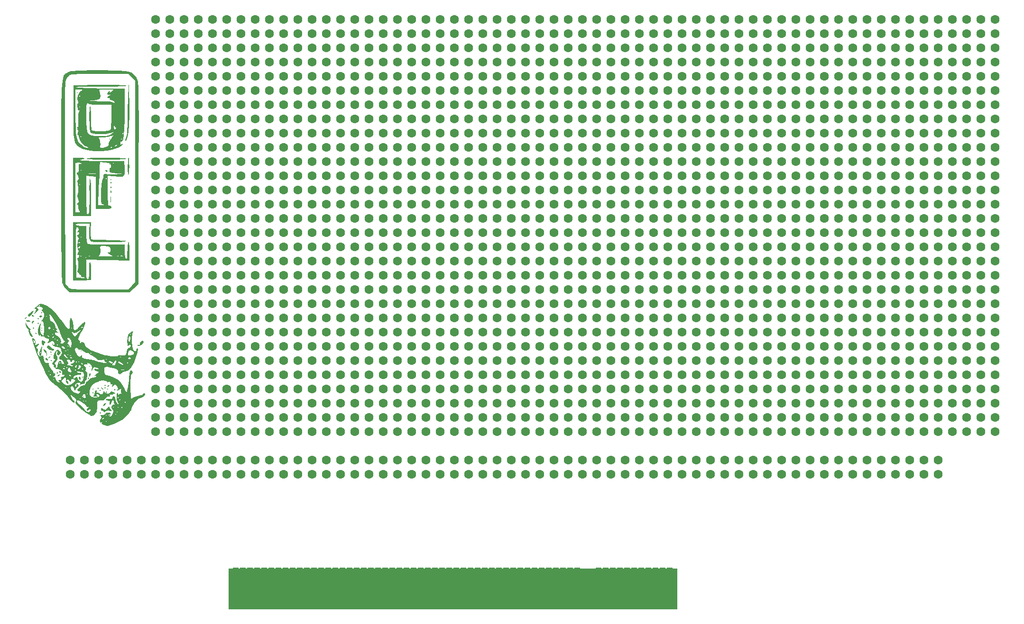
<source format=gbr>
%TF.GenerationSoftware,KiCad,Pcbnew,9.0.2*%
%TF.CreationDate,2025-06-03T09:59:19-04:00*%
%TF.ProjectId,PCI_Proto,5043495f-5072-46f7-946f-2e6b69636164,rev?*%
%TF.SameCoordinates,Original*%
%TF.FileFunction,Soldermask,Bot*%
%TF.FilePolarity,Negative*%
%FSLAX46Y46*%
G04 Gerber Fmt 4.6, Leading zero omitted, Abs format (unit mm)*
G04 Created by KiCad (PCBNEW 9.0.2) date 2025-06-03 09:59:19*
%MOMM*%
%LPD*%
G01*
G04 APERTURE LIST*
%ADD10C,0.100000*%
%ADD11C,0.000000*%
%ADD12R,1.020000X4.570000*%
%ADD13R,0.510000X0.760000*%
%ADD14C,1.600000*%
G04 APERTURE END LIST*
D10*
X109700000Y-139944365D02*
X189700000Y-139944365D01*
X189700000Y-147144365D01*
X109700000Y-147144365D01*
X109700000Y-139944365D01*
G36*
X109700000Y-139944365D02*
G01*
X189700000Y-139944365D01*
X189700000Y-147144365D01*
X109700000Y-147144365D01*
X109700000Y-139944365D01*
G37*
D11*
%TO.C,REF\u002A\u002A*%
G36*
X82816481Y-54856392D02*
G01*
X82709758Y-54963114D01*
X82603036Y-54856392D01*
X82709758Y-54749669D01*
X82816481Y-54856392D01*
G37*
G36*
X82816481Y-61473198D02*
G01*
X82709758Y-61579921D01*
X82603036Y-61473198D01*
X82709758Y-61366476D01*
X82816481Y-61473198D01*
G37*
G36*
X88579506Y-63180761D02*
G01*
X88472783Y-63287484D01*
X88366061Y-63180761D01*
X88472783Y-63074039D01*
X88579506Y-63180761D01*
G37*
G36*
X88579506Y-67663114D02*
G01*
X88472783Y-67769837D01*
X88366060Y-67663114D01*
X88472783Y-67556392D01*
X88579506Y-67663114D01*
G37*
G36*
X88792952Y-70437904D02*
G01*
X88686229Y-70544627D01*
X88579506Y-70437904D01*
X88686229Y-70331182D01*
X88792952Y-70437904D01*
G37*
G36*
X88792952Y-70971518D02*
G01*
X88777548Y-71084515D01*
X88650655Y-71113815D01*
X88625109Y-71082531D01*
X88650655Y-70829221D01*
X88714855Y-70795828D01*
X88792952Y-70971518D01*
G37*
G36*
X88792952Y-71825299D02*
G01*
X88777548Y-71938296D01*
X88650655Y-71967596D01*
X88625109Y-71936312D01*
X88650655Y-71683002D01*
X88714855Y-71649609D01*
X88792952Y-71825299D01*
G37*
G36*
X88776101Y-72554571D02*
G01*
X88761008Y-72771060D01*
X88663995Y-72834718D01*
X88621698Y-72759204D01*
X88647144Y-72425614D01*
X88723973Y-72326818D01*
X88776101Y-72554571D01*
G37*
G36*
X88003047Y-68774150D02*
G01*
X88152615Y-68956384D01*
X88147066Y-68977686D01*
X87939170Y-69050509D01*
X87880666Y-69041823D01*
X87725725Y-68824467D01*
X87742484Y-68747264D01*
X87939170Y-68730341D01*
X88003047Y-68774150D01*
G37*
G36*
X88718166Y-73498103D02*
G01*
X88734817Y-73959753D01*
X88728590Y-74272984D01*
X88695100Y-74541154D01*
X88642317Y-74440005D01*
X88607003Y-74101477D01*
X88642316Y-73479501D01*
X88675595Y-73371373D01*
X88718166Y-73498103D01*
G37*
G36*
X91907978Y-66536006D02*
G01*
X91949380Y-66825575D01*
X91974898Y-67415361D01*
X91979630Y-68214515D01*
X91975050Y-68528731D01*
X91941041Y-69249427D01*
X91880195Y-69612750D01*
X91797119Y-69584123D01*
X91749236Y-69373763D01*
X91706457Y-68811919D01*
X91703264Y-68102600D01*
X91735381Y-67389251D01*
X91798524Y-66815314D01*
X91888416Y-66524233D01*
X91907978Y-66536006D01*
G37*
G36*
X88905605Y-66512253D02*
G01*
X89953279Y-66541989D01*
X90774226Y-66583855D01*
X91301725Y-66634260D01*
X91469055Y-66689607D01*
X91258624Y-66755558D01*
X90707155Y-66812213D01*
X89902199Y-66853207D01*
X88928765Y-66878465D01*
X87871861Y-66887920D01*
X86816496Y-66881500D01*
X85847679Y-66859131D01*
X85050418Y-66820744D01*
X84509721Y-66766266D01*
X84310599Y-66695626D01*
X84318957Y-66675614D01*
X84613581Y-66590592D01*
X85322168Y-66532544D01*
X86434610Y-66502017D01*
X87940797Y-66499557D01*
X88905605Y-66512253D01*
G37*
G36*
X91894006Y-53506869D02*
G01*
X91925875Y-53753829D01*
X91953340Y-54353411D01*
X91974813Y-55243722D01*
X91988709Y-56362871D01*
X91993442Y-57648969D01*
X91983508Y-59077732D01*
X91936944Y-60717138D01*
X91850474Y-61961515D01*
X91722101Y-62828509D01*
X91549831Y-63335765D01*
X91331666Y-63500929D01*
X91247449Y-63467206D01*
X91282336Y-63234123D01*
X91335120Y-63145143D01*
X91435388Y-62923344D01*
X91511980Y-62626862D01*
X91569601Y-62196999D01*
X91612960Y-61575059D01*
X91646766Y-60702344D01*
X91675725Y-59520156D01*
X91704544Y-57969800D01*
X91710373Y-57649049D01*
X91739842Y-56358580D01*
X91774938Y-55233628D01*
X91812987Y-54339529D01*
X91851314Y-53741619D01*
X91887247Y-53505234D01*
X91894006Y-53506869D01*
G37*
G36*
X86674916Y-50907668D02*
G01*
X87482546Y-50908475D01*
X89045905Y-50920145D01*
X90261078Y-50954400D01*
X91182453Y-51022272D01*
X91864419Y-51134796D01*
X92361365Y-51303001D01*
X92727680Y-51537923D01*
X93017752Y-51850595D01*
X93285971Y-52252048D01*
X93327843Y-52322806D01*
X93396550Y-52462489D01*
X93456176Y-52640095D01*
X93507262Y-52883408D01*
X93550345Y-53220209D01*
X93585965Y-53678284D01*
X93614658Y-54285415D01*
X93636963Y-55069384D01*
X93653420Y-56057975D01*
X93664565Y-57278972D01*
X93670939Y-58760158D01*
X93673078Y-60529316D01*
X93671521Y-62614229D01*
X93666807Y-65042680D01*
X93659475Y-67842453D01*
X93650062Y-71041330D01*
X93595473Y-89147277D01*
X92798187Y-89877885D01*
X92000901Y-90608492D01*
X86692800Y-90608492D01*
X81384699Y-90608491D01*
X80817744Y-90083056D01*
X80799874Y-90066320D01*
X80347232Y-89537527D01*
X80039517Y-89001934D01*
X80018590Y-88890615D01*
X79980332Y-88356859D01*
X79945982Y-87417039D01*
X79915697Y-86084945D01*
X79889636Y-84374366D01*
X79867959Y-82299092D01*
X79850822Y-79872913D01*
X79838385Y-77109622D01*
X79830807Y-74023006D01*
X79828246Y-70626855D01*
X79827977Y-67565486D01*
X79828210Y-64685287D01*
X79829489Y-63409451D01*
X80501166Y-63409451D01*
X80502893Y-65879398D01*
X80507585Y-68497855D01*
X80515349Y-71232452D01*
X80575304Y-89102630D01*
X81061658Y-89588754D01*
X81122075Y-89648318D01*
X81287471Y-89787222D01*
X81493960Y-89892140D01*
X81796656Y-89967839D01*
X82250673Y-90019085D01*
X82911125Y-90050645D01*
X83833126Y-90067286D01*
X85071788Y-90073775D01*
X86682227Y-90074879D01*
X91816443Y-90074879D01*
X92439151Y-89377815D01*
X93061859Y-88680749D01*
X93061859Y-70738286D01*
X93061859Y-52795823D01*
X92437942Y-52171906D01*
X91814025Y-51547988D01*
X86674917Y-51547988D01*
X85123115Y-51549669D01*
X83861045Y-51557667D01*
X82919507Y-51576111D01*
X82244060Y-51609129D01*
X81780263Y-51660843D01*
X81473673Y-51735385D01*
X81269848Y-51836878D01*
X81114347Y-51969450D01*
X80817848Y-52350951D01*
X80574140Y-52876593D01*
X80563439Y-52997386D01*
X80547302Y-53521338D01*
X80533405Y-54420406D01*
X80521854Y-55662217D01*
X80512750Y-57214399D01*
X80506199Y-59044580D01*
X80502303Y-61120388D01*
X80501166Y-63409451D01*
X79829489Y-63409451D01*
X79830722Y-62179484D01*
X79837292Y-60020974D01*
X79849701Y-58182653D01*
X79869729Y-56637415D01*
X79899155Y-55358156D01*
X79939760Y-54317772D01*
X79993324Y-53489159D01*
X80061626Y-52845211D01*
X80146446Y-52358824D01*
X80249565Y-52002894D01*
X80372762Y-51750314D01*
X80517817Y-51573984D01*
X80686510Y-51446797D01*
X80880622Y-51341648D01*
X81101931Y-51231433D01*
X81208420Y-51182834D01*
X81544200Y-51085655D01*
X82037090Y-51013193D01*
X82741028Y-50962305D01*
X83709950Y-50929847D01*
X84997795Y-50912677D01*
X86658498Y-50907652D01*
X86674916Y-50907668D01*
G37*
G36*
X82923204Y-66518488D02*
G01*
X83037445Y-66521062D01*
X83040754Y-66521137D01*
X83714771Y-66559013D01*
X83964982Y-66635157D01*
X83793100Y-66753743D01*
X83200842Y-66918951D01*
X83172762Y-66926380D01*
X83186387Y-66980925D01*
X83589705Y-67028049D01*
X84349775Y-67066026D01*
X85377825Y-67091738D01*
X85433653Y-67093135D01*
X86743725Y-67106970D01*
X86808398Y-67107652D01*
X89113120Y-67119330D01*
X91120481Y-67129501D01*
X91184027Y-68463535D01*
X91194802Y-68705845D01*
X91188803Y-69329884D01*
X91060008Y-69705156D01*
X90732786Y-69884713D01*
X90131504Y-69921606D01*
X89180531Y-69868888D01*
X88152350Y-69797568D01*
X88152483Y-72512298D01*
X88152806Y-72820597D01*
X88162691Y-73855012D01*
X88192025Y-74539025D01*
X88248414Y-74934188D01*
X88339466Y-75102052D01*
X88472783Y-75104167D01*
X88661712Y-75081955D01*
X88792952Y-75324312D01*
X88774574Y-75433790D01*
X88600938Y-75577677D01*
X88173216Y-75648444D01*
X87405557Y-75667316D01*
X86018163Y-75667316D01*
X86018163Y-75026980D01*
X86396608Y-75026980D01*
X87114527Y-74997912D01*
X87283416Y-74988787D01*
X87537091Y-74944272D01*
X87377411Y-74879649D01*
X87347855Y-74873644D01*
X87149827Y-74800219D01*
X87027401Y-74627316D01*
X86964810Y-74273129D01*
X86946286Y-73655851D01*
X86956058Y-72693672D01*
X86961958Y-72421315D01*
X87017598Y-71398912D01*
X87116155Y-70663372D01*
X87249159Y-70284314D01*
X87286755Y-70224459D01*
X87725725Y-70224459D01*
X87832447Y-70331182D01*
X87939170Y-70224459D01*
X87832447Y-70117736D01*
X87725725Y-70224459D01*
X87286755Y-70224459D01*
X87372254Y-70088339D01*
X87382331Y-69845491D01*
X87344771Y-69773719D01*
X87410864Y-69468813D01*
X87494806Y-69375852D01*
X87699045Y-69401251D01*
X87715646Y-69416027D01*
X87832447Y-69439891D01*
X88035880Y-69481456D01*
X88646872Y-69498302D01*
X89433288Y-69462493D01*
X91034128Y-69340863D01*
X89753456Y-69302258D01*
X89055059Y-69268999D01*
X88660641Y-69192223D01*
X88490513Y-69027971D01*
X88442090Y-68731603D01*
X88474946Y-68404990D01*
X88620124Y-68328552D01*
X88742399Y-68293346D01*
X88757540Y-67953612D01*
X88750180Y-67905876D01*
X88631258Y-67608586D01*
X88326286Y-67457228D01*
X88261088Y-67449669D01*
X89006397Y-67449669D01*
X89113120Y-67556392D01*
X89219842Y-67449669D01*
X89113120Y-67342946D01*
X89006397Y-67449669D01*
X88261088Y-67449669D01*
X87714977Y-67386353D01*
X86743725Y-67323037D01*
X86712850Y-68133412D01*
X86709127Y-68227771D01*
X86683394Y-68830140D01*
X86643361Y-69727120D01*
X86593753Y-70813829D01*
X86539292Y-71985383D01*
X86396608Y-75026980D01*
X86018163Y-75026980D01*
X86018163Y-72808223D01*
X86018162Y-69949129D01*
X85164380Y-69867707D01*
X84310599Y-69786287D01*
X84310599Y-73141095D01*
X84314802Y-73834140D01*
X84339465Y-74905620D01*
X84382507Y-75776992D01*
X84439665Y-76372675D01*
X84506676Y-76617086D01*
X84662435Y-76591240D01*
X84784904Y-76238752D01*
X84859053Y-75526301D01*
X84887023Y-74432264D01*
X84870950Y-72935019D01*
X84869651Y-72873522D01*
X84862746Y-71866271D01*
X84882791Y-71027807D01*
X84926079Y-70444070D01*
X84988902Y-70200994D01*
X85029308Y-70268333D01*
X85082984Y-70680768D01*
X85125796Y-71405785D01*
X85154132Y-72375059D01*
X85164380Y-73520265D01*
X85164380Y-76947987D01*
X83563540Y-76947988D01*
X81962699Y-76947988D01*
X81962699Y-71722418D01*
X81962699Y-67436054D01*
X82389590Y-67436054D01*
X82389590Y-71871853D01*
X82389590Y-76307652D01*
X82869842Y-76304384D01*
X83134085Y-76264748D01*
X83114894Y-76144301D01*
X82964715Y-75886858D01*
X82908497Y-75400509D01*
X82867565Y-74996086D01*
X82716807Y-74810266D01*
X82642628Y-74783136D01*
X82771392Y-74632473D01*
X82936610Y-74383768D01*
X82838380Y-73910629D01*
X82724995Y-73511706D01*
X82734276Y-73259325D01*
X82817818Y-73078616D01*
X82887324Y-72558860D01*
X82882141Y-71890432D01*
X82804093Y-71291686D01*
X83029926Y-71291686D01*
X83136649Y-71398408D01*
X83243372Y-71291686D01*
X83136649Y-71184963D01*
X83029926Y-71291686D01*
X82804093Y-71291686D01*
X82797137Y-71238324D01*
X82783026Y-71169093D01*
X82737862Y-70725854D01*
X82803288Y-70544627D01*
X82861391Y-70513775D01*
X82925633Y-70238593D01*
X82884615Y-69848351D01*
X82749681Y-69552896D01*
X82633822Y-69378176D01*
X82633548Y-69370305D01*
X84658431Y-69370305D01*
X84790851Y-69416836D01*
X85275349Y-69452566D01*
X85964800Y-69416836D01*
X86102273Y-69375607D01*
X85904778Y-69341153D01*
X85377825Y-69327917D01*
X84900844Y-69338118D01*
X84658431Y-69370305D01*
X82633548Y-69370305D01*
X82626088Y-69156015D01*
X82798506Y-69146123D01*
X82845811Y-69149773D01*
X82931668Y-68912979D01*
X82934246Y-68730341D01*
X83243372Y-68730341D01*
X83350094Y-68837064D01*
X83456817Y-68730341D01*
X83350094Y-68623620D01*
X83243372Y-68730341D01*
X82934246Y-68730341D01*
X82938884Y-68401739D01*
X82926575Y-68029238D01*
X82987621Y-67682818D01*
X83136649Y-67653186D01*
X83170304Y-67646494D01*
X83303063Y-67674025D01*
X83350094Y-67636725D01*
X83456818Y-67552084D01*
X83322870Y-67428130D01*
X82923204Y-67391891D01*
X82389590Y-67436054D01*
X81962699Y-67436054D01*
X81962699Y-66496849D01*
X82923204Y-66518488D01*
G37*
G36*
X85109056Y-79492541D02*
G01*
X85108234Y-79517648D01*
X85100728Y-80267183D01*
X85126091Y-80831184D01*
X85179045Y-81089264D01*
X85236773Y-81108431D01*
X85641337Y-81151759D01*
X86360531Y-81190524D01*
X87315897Y-81221090D01*
X88428976Y-81239822D01*
X88955074Y-81247475D01*
X89970842Y-81277646D01*
X90773783Y-81322724D01*
X91292545Y-81378016D01*
X91455771Y-81438832D01*
X91393276Y-81467375D01*
X90982526Y-81525519D01*
X90258168Y-81575347D01*
X89297571Y-81612301D01*
X88178103Y-81631827D01*
X87678397Y-81636463D01*
X86539760Y-81643282D01*
X85746170Y-81612215D01*
X85237377Y-81506685D01*
X84953130Y-81290111D01*
X84833182Y-80925917D01*
X84817282Y-80377524D01*
X84845180Y-79608352D01*
X84887758Y-78330536D01*
X83542638Y-78332960D01*
X82994767Y-78348873D01*
X82493919Y-78416669D01*
X82388981Y-78514664D01*
X82586194Y-78582181D01*
X82689458Y-78617534D01*
X83350094Y-78693647D01*
X83404859Y-78699957D01*
X84203876Y-78754969D01*
X84309973Y-78762274D01*
X84310286Y-80286917D01*
X84314052Y-80697023D01*
X84357265Y-81386113D01*
X84462828Y-81772283D01*
X84648224Y-81941118D01*
X84720641Y-81958386D01*
X84844212Y-81970295D01*
X85179173Y-82002582D01*
X85946906Y-82038221D01*
X86937184Y-82062015D01*
X87506557Y-82066394D01*
X88063350Y-82070677D01*
X89966901Y-82070677D01*
X90589450Y-82070677D01*
X91140851Y-82070677D01*
X91140851Y-83232030D01*
X91158070Y-83698410D01*
X91235565Y-84254327D01*
X91354296Y-84525299D01*
X91450098Y-84554671D01*
X91589012Y-84377812D01*
X91603231Y-84151532D01*
X91634287Y-83583537D01*
X91670994Y-82860263D01*
X91709506Y-82319726D01*
X91782359Y-81759799D01*
X91863169Y-81490656D01*
X91885957Y-81494468D01*
X91941485Y-81760379D01*
X91980133Y-82330788D01*
X91994632Y-83115803D01*
X91994632Y-84872414D01*
X88152348Y-84805579D01*
X84310063Y-84738745D01*
X84310331Y-86517456D01*
X84315722Y-87080907D01*
X84354926Y-87779772D01*
X84439315Y-88137100D01*
X84577405Y-88206757D01*
X84697719Y-88074963D01*
X84791591Y-87582334D01*
X84798485Y-86702731D01*
X84802867Y-85988719D01*
X84860214Y-85423984D01*
X84958569Y-85160917D01*
X84971808Y-85155232D01*
X85074124Y-85328503D01*
X85140649Y-85868713D01*
X85164380Y-86722718D01*
X85164380Y-88411719D01*
X83563540Y-88454089D01*
X81962699Y-88496460D01*
X81962699Y-83255837D01*
X81962699Y-81834345D01*
X82428256Y-81834345D01*
X82438707Y-83394595D01*
X82496313Y-87920194D01*
X83296733Y-87998046D01*
X83444858Y-88010360D01*
X83909796Y-88014216D01*
X84097153Y-87954800D01*
X84011761Y-87883286D01*
X83657666Y-87833703D01*
X83414458Y-87787943D01*
X83353364Y-87614969D01*
X83390501Y-87529979D01*
X83280582Y-87454885D01*
X83223739Y-87463669D01*
X83069500Y-87323953D01*
X83037580Y-87219505D01*
X82781350Y-86953692D01*
X82662936Y-86857412D01*
X82709758Y-86769682D01*
X82822851Y-86617913D01*
X82895154Y-86181607D01*
X82907269Y-85611639D01*
X82856859Y-85061209D01*
X82741585Y-84683520D01*
X82690084Y-84554718D01*
X82803884Y-84418577D01*
X82912037Y-84377748D01*
X82938646Y-84311854D01*
X84097154Y-84311854D01*
X84203877Y-84418577D01*
X84310599Y-84311854D01*
X84203877Y-84205131D01*
X84097154Y-84311854D01*
X82938646Y-84311854D01*
X83024840Y-84098408D01*
X83243372Y-84098408D01*
X83350094Y-84205130D01*
X83456817Y-84098408D01*
X84737489Y-84098408D01*
X84844212Y-84205130D01*
X84950935Y-84098408D01*
X84897047Y-84044521D01*
X86554729Y-84044521D01*
X86629013Y-84151588D01*
X86984441Y-84190333D01*
X87693407Y-84180630D01*
X88306445Y-84159285D01*
X88812215Y-84134942D01*
X89006397Y-84115897D01*
X89004481Y-84112584D01*
X88985526Y-84098408D01*
X89860178Y-84098408D01*
X89966901Y-84205131D01*
X90073624Y-84098408D01*
X90017932Y-84042717D01*
X90379645Y-84042717D01*
X90460494Y-84137493D01*
X90583924Y-84171595D01*
X90869597Y-84120642D01*
X90866292Y-84047780D01*
X90589450Y-84008537D01*
X90379645Y-84042717D01*
X90017932Y-84042717D01*
X89966901Y-83991686D01*
X89860178Y-84098408D01*
X88985526Y-84098408D01*
X88817884Y-83973036D01*
X88419422Y-83703531D01*
X88328492Y-83641931D01*
X88097543Y-83448154D01*
X88184945Y-83425879D01*
X88339429Y-83437796D01*
X88594578Y-83241113D01*
X88672827Y-82876157D01*
X88512128Y-82515568D01*
X88482920Y-82490796D01*
X88084870Y-82344049D01*
X87506557Y-82284123D01*
X87401314Y-82284407D01*
X86950328Y-82323137D01*
X86796155Y-82501840D01*
X86826700Y-82926414D01*
X86817136Y-83457226D01*
X86650694Y-83894366D01*
X86554729Y-84044521D01*
X84897047Y-84044521D01*
X84844212Y-83991686D01*
X84737489Y-84098408D01*
X83456817Y-84098408D01*
X83350094Y-83991686D01*
X83243372Y-84098408D01*
X83024840Y-84098408D01*
X83029926Y-84085812D01*
X82996139Y-83931421D01*
X82795186Y-83898124D01*
X82690801Y-83879729D01*
X82825794Y-83547394D01*
X82962703Y-83202099D01*
X82868398Y-82977339D01*
X82787464Y-82842853D01*
X82758904Y-82616888D01*
X82816481Y-82616888D01*
X82822030Y-82638190D01*
X83029927Y-82711013D01*
X83088428Y-82702327D01*
X83243372Y-82484971D01*
X83226613Y-82407769D01*
X83029927Y-82390845D01*
X82966050Y-82434655D01*
X82816481Y-82616888D01*
X82758904Y-82616888D01*
X82733347Y-82414678D01*
X82740520Y-81858726D01*
X82749548Y-81786084D01*
X82887629Y-81786084D01*
X82918914Y-81811629D01*
X83029926Y-81800434D01*
X83172223Y-81786084D01*
X83205616Y-81721883D01*
X83029926Y-81643787D01*
X82916929Y-81659190D01*
X82887629Y-81786084D01*
X82749548Y-81786084D01*
X82804423Y-81344560D01*
X82920489Y-81041739D01*
X82940502Y-80944239D01*
X82805889Y-80683282D01*
X83243372Y-80683282D01*
X83350094Y-80790006D01*
X83456818Y-80683282D01*
X83350094Y-80576560D01*
X83243372Y-80683282D01*
X82805889Y-80683282D01*
X82788494Y-80649560D01*
X82660013Y-80446981D01*
X82790346Y-80363115D01*
X82905129Y-80322169D01*
X83029926Y-80030349D01*
X82991037Y-79858946D01*
X82763120Y-79857877D01*
X82624628Y-79900033D01*
X82781494Y-79666378D01*
X82927803Y-79383337D01*
X82887568Y-79024512D01*
X82586194Y-78868997D01*
X82521805Y-79052158D01*
X82470903Y-79629469D01*
X82439355Y-80568084D01*
X82428256Y-81834345D01*
X81962699Y-81834345D01*
X81962699Y-78015215D01*
X83560582Y-78015215D01*
X85158465Y-78015215D01*
X85109056Y-79492541D01*
G37*
G36*
X89832631Y-53520786D02*
G01*
X90752147Y-53551001D01*
X91309740Y-53598722D01*
X91473067Y-53662948D01*
X91461595Y-53673264D01*
X91153822Y-53733405D01*
X90479036Y-53780224D01*
X89489004Y-53811956D01*
X88235496Y-53826839D01*
X86770280Y-53823110D01*
X86217704Y-53819320D01*
X84943098Y-53819302D01*
X83859429Y-53831595D01*
X83025673Y-53854796D01*
X82500806Y-53887503D01*
X82343801Y-53928316D01*
X82362998Y-53937976D01*
X82389590Y-53941814D01*
X82694134Y-53985770D01*
X83371780Y-54033480D01*
X84329417Y-54077899D01*
X84488792Y-54083058D01*
X85500525Y-54115817D01*
X86818582Y-54144031D01*
X87841886Y-54160690D01*
X89846281Y-54193320D01*
X90607237Y-54205708D01*
X90785108Y-54208604D01*
X91140851Y-54214395D01*
X91140851Y-58416876D01*
X91132271Y-59773800D01*
X91090747Y-61313182D01*
X91013190Y-62453590D01*
X90897833Y-63210544D01*
X90742909Y-63599563D01*
X90546653Y-63636167D01*
X90449754Y-63649800D01*
X90378547Y-63931667D01*
X90378906Y-63972849D01*
X90448706Y-64207351D01*
X90706337Y-64079758D01*
X90738667Y-64055901D01*
X90813502Y-64052475D01*
X90623029Y-64309987D01*
X90145547Y-64683461D01*
X89267802Y-65040949D01*
X88165124Y-65280733D01*
X86941843Y-65394197D01*
X85702292Y-65372728D01*
X84550801Y-65207711D01*
X83591702Y-64890532D01*
X83332910Y-64762909D01*
X82897027Y-64505426D01*
X82564974Y-64202397D01*
X82323566Y-63799366D01*
X82159615Y-63241878D01*
X82059931Y-62475477D01*
X82011330Y-61445707D01*
X82000622Y-60098114D01*
X82013581Y-58506067D01*
X82389590Y-58506067D01*
X82392772Y-59567348D01*
X82417354Y-60985541D01*
X82477586Y-62069452D01*
X82586791Y-62876314D01*
X82758293Y-63463357D01*
X83005413Y-63887811D01*
X83341475Y-64206908D01*
X83779803Y-64477878D01*
X83921258Y-64549799D01*
X84392625Y-64724195D01*
X84657915Y-64718880D01*
X84689158Y-64642235D01*
X84484063Y-64568156D01*
X84074909Y-64430199D01*
X83582996Y-64023627D01*
X83190352Y-63490920D01*
X83032763Y-62986588D01*
X86552752Y-62986588D01*
X86656875Y-63178806D01*
X86812489Y-63574614D01*
X86826700Y-64139311D01*
X86794209Y-64471811D01*
X86892399Y-64725678D01*
X87244325Y-64781602D01*
X87595288Y-64714684D01*
X87603484Y-64710453D01*
X88650655Y-64710453D01*
X88681939Y-64735999D01*
X88935248Y-64710453D01*
X88968641Y-64646253D01*
X88792952Y-64568156D01*
X88679954Y-64583560D01*
X88650655Y-64710453D01*
X87603484Y-64710453D01*
X88013359Y-64498874D01*
X88025835Y-64486627D01*
X89433288Y-64486627D01*
X89447185Y-64515823D01*
X89646733Y-64461434D01*
X89709917Y-64417582D01*
X89860178Y-64222794D01*
X89846281Y-64193598D01*
X89646733Y-64247988D01*
X89583549Y-64291840D01*
X89433288Y-64486627D01*
X88025835Y-64486627D01*
X88289892Y-64227417D01*
X88293979Y-63998035D01*
X88283188Y-63930002D01*
X88426436Y-63597587D01*
X88706350Y-63180761D01*
X90500515Y-63180761D01*
X90607237Y-63287483D01*
X90713960Y-63180761D01*
X90607237Y-63074039D01*
X90500515Y-63180761D01*
X88706350Y-63180761D01*
X88747947Y-63118818D01*
X88792951Y-63059322D01*
X88913237Y-62900308D01*
X89140629Y-62568980D01*
X89118568Y-62491553D01*
X88859470Y-62611548D01*
X88706320Y-62675500D01*
X88105735Y-62807891D01*
X87393454Y-62860593D01*
X87193285Y-62861618D01*
X86706936Y-62891494D01*
X86552752Y-62986588D01*
X83032763Y-62986588D01*
X83029926Y-62977508D01*
X82988092Y-62753871D01*
X83243372Y-62753871D01*
X83350094Y-62860593D01*
X83456818Y-62753871D01*
X83350095Y-62647148D01*
X83243372Y-62753871D01*
X82988092Y-62753871D01*
X82962247Y-62615708D01*
X82763120Y-62430434D01*
X82647935Y-62410429D01*
X82709758Y-62270350D01*
X82813840Y-62158607D01*
X82906057Y-61705543D01*
X82724499Y-61173413D01*
X82644254Y-61010897D01*
X82750999Y-61005838D01*
X82837078Y-60976444D01*
X82898931Y-60599360D01*
X82878865Y-59847638D01*
X82866837Y-59634024D01*
X82876957Y-59283952D01*
X84310599Y-59283952D01*
X84315611Y-60252575D01*
X84362354Y-61242741D01*
X84498432Y-61913762D01*
X84771359Y-62327675D01*
X85228646Y-62546518D01*
X85917807Y-62632330D01*
X86886355Y-62647148D01*
X86930348Y-62647128D01*
X87774553Y-62630001D01*
X88311436Y-62562705D01*
X88655177Y-62418482D01*
X88919954Y-62170574D01*
X88971312Y-62109244D01*
X90759563Y-62109244D01*
X90785108Y-62362554D01*
X90849308Y-62395947D01*
X90927405Y-62220257D01*
X90912001Y-62107260D01*
X90785108Y-62077960D01*
X90759563Y-62109244D01*
X88971312Y-62109244D01*
X89118568Y-61933397D01*
X89180601Y-61859319D01*
X89189278Y-61807790D01*
X88919968Y-62010490D01*
X88915326Y-62014041D01*
X88482169Y-62176121D01*
X87786268Y-62276559D01*
X86964491Y-62314281D01*
X86153706Y-62288212D01*
X85490782Y-62197276D01*
X85112588Y-62040398D01*
X85022847Y-61786663D01*
X84943968Y-61223351D01*
X84886413Y-60461321D01*
X84852595Y-59604591D01*
X84844925Y-58757177D01*
X84865816Y-58023098D01*
X84917679Y-57506371D01*
X85002926Y-57311013D01*
X85043043Y-57378554D01*
X85100582Y-57779700D01*
X85136922Y-58461384D01*
X85145507Y-59330753D01*
X85145631Y-59822166D01*
X85166120Y-60653988D01*
X85208216Y-61272883D01*
X85266164Y-61571929D01*
X85277487Y-61585508D01*
X85585678Y-61690744D01*
X86188685Y-61765150D01*
X86968426Y-61793366D01*
X87443551Y-61788612D01*
X88119734Y-61744098D01*
X88497993Y-61638790D01*
X88663393Y-61455741D01*
X88692946Y-61325613D01*
X88713870Y-61112266D01*
X89223111Y-61112266D01*
X89271848Y-61402291D01*
X89433288Y-61473198D01*
X89573409Y-61382193D01*
X89614776Y-61243826D01*
X89433288Y-60939585D01*
X89379984Y-60861410D01*
X89256584Y-60793036D01*
X89223111Y-61112266D01*
X88713870Y-61112266D01*
X88744270Y-60802287D01*
X88779722Y-60024657D01*
X88792952Y-59107842D01*
X88792952Y-57097568D01*
X86807910Y-57097568D01*
X86750220Y-57097502D01*
X85674512Y-57065414D01*
X84931346Y-56978305D01*
X84566733Y-56841434D01*
X84488792Y-56804058D01*
X84403328Y-56951102D01*
X84348476Y-57381628D01*
X84319235Y-58143341D01*
X84310599Y-59283952D01*
X82876957Y-59283952D01*
X82893084Y-58726043D01*
X83071451Y-58213316D01*
X83078691Y-58204362D01*
X83229339Y-57980068D01*
X83083288Y-58029697D01*
X82956341Y-58084594D01*
X82801775Y-58017308D01*
X82771736Y-57748455D01*
X82729927Y-57417736D01*
X83029926Y-57417736D01*
X83136649Y-57524459D01*
X83243372Y-57417736D01*
X83136649Y-57311013D01*
X83029926Y-57417736D01*
X82729927Y-57417736D01*
X82709202Y-57253801D01*
X82707942Y-56857340D01*
X82863611Y-56806528D01*
X82981900Y-56849546D01*
X82913494Y-56654966D01*
X82847782Y-56527602D01*
X82816764Y-56349080D01*
X84910943Y-56349080D01*
X85115311Y-56379640D01*
X85702311Y-56402754D01*
X86694072Y-56421350D01*
X87648079Y-56444967D01*
X88545229Y-56502455D01*
X89080973Y-56594057D01*
X89256584Y-56702262D01*
X89291927Y-56724038D01*
X89346004Y-56824851D01*
X89416437Y-56759613D01*
X89417922Y-56730359D01*
X89252464Y-56368379D01*
X88744781Y-56243787D01*
X88533460Y-56201784D01*
X88476052Y-56025053D01*
X88515102Y-55941003D01*
X88435287Y-55836884D01*
X88123475Y-55855956D01*
X88049557Y-55733661D01*
X88366061Y-55475787D01*
X88682503Y-55275220D01*
X88725672Y-55198463D01*
X88423125Y-55248955D01*
X88258725Y-55278887D01*
X88056740Y-55235215D01*
X88163828Y-54942163D01*
X88316071Y-54699435D01*
X88492890Y-54536224D01*
X88526286Y-54566550D01*
X88444408Y-54803029D01*
X88433000Y-54916439D01*
X88698618Y-54756706D01*
X88980923Y-54544980D01*
X89202055Y-54383176D01*
X89203878Y-54381609D01*
X89037419Y-54351911D01*
X88549799Y-54330808D01*
X87841886Y-54322778D01*
X87163488Y-54331473D01*
X86717993Y-54373571D01*
X86569277Y-54467127D01*
X86647786Y-54630039D01*
X86799594Y-54986115D01*
X86834005Y-55537182D01*
X86833992Y-55537293D01*
X86765891Y-55873009D01*
X86588683Y-56067803D01*
X86196766Y-56178335D01*
X85484548Y-56261266D01*
X85067079Y-56308143D01*
X84910943Y-56349080D01*
X82816764Y-56349080D01*
X82743169Y-55925515D01*
X82815003Y-55496728D01*
X83029926Y-55496728D01*
X83136649Y-55603450D01*
X83243372Y-55496728D01*
X83136649Y-55390005D01*
X83029926Y-55496728D01*
X82815003Y-55496728D01*
X82851480Y-55278995D01*
X83128981Y-54742519D01*
X83136649Y-54737344D01*
X83350094Y-54593287D01*
X83531936Y-54470562D01*
X83626645Y-54445728D01*
X83589332Y-54388266D01*
X83190010Y-54351847D01*
X82389590Y-54322778D01*
X82389590Y-58506067D01*
X82013581Y-58506067D01*
X82014621Y-58378241D01*
X82069422Y-53575719D01*
X86833143Y-53519180D01*
X87037201Y-53516884D01*
X88583535Y-53509080D01*
X89832631Y-53520786D01*
G37*
G36*
X76459910Y-94195866D02*
G01*
X76353186Y-94302590D01*
X76246463Y-94195867D01*
X76353187Y-94089145D01*
X76459910Y-94195866D01*
G37*
G36*
X75819574Y-95263094D02*
G01*
X75712851Y-95369817D01*
X75606128Y-95263094D01*
X75712852Y-95156372D01*
X75819574Y-95263094D01*
G37*
G36*
X75819574Y-96116876D02*
G01*
X75712851Y-96223598D01*
X75606128Y-96116876D01*
X75712851Y-96010153D01*
X75819574Y-96116876D01*
G37*
G36*
X74965792Y-96970657D02*
G01*
X74859069Y-97077380D01*
X74752347Y-96970657D01*
X74859069Y-96863935D01*
X74965792Y-96970657D01*
G37*
G36*
X76459910Y-96970657D02*
G01*
X76353187Y-97077380D01*
X76246464Y-96970657D01*
X76353187Y-96863935D01*
X76459910Y-96970657D01*
G37*
G36*
X76459910Y-97397548D02*
G01*
X76353187Y-97504271D01*
X76246464Y-97397548D01*
X76353187Y-97290825D01*
X76459910Y-97397548D01*
G37*
G36*
X83503607Y-101026119D02*
G01*
X83396886Y-101132842D01*
X83290162Y-101026118D01*
X83396885Y-100919397D01*
X83503607Y-101026119D01*
G37*
G36*
X78167473Y-101666456D02*
G01*
X78060750Y-101773178D01*
X77954027Y-101666456D01*
X78060750Y-101559733D01*
X78167473Y-101666456D01*
G37*
G36*
X78167473Y-102733682D02*
G01*
X78060750Y-102840405D01*
X77954027Y-102733682D01*
X78060750Y-102626960D01*
X78167473Y-102733682D01*
G37*
G36*
X84997725Y-103800909D02*
G01*
X84891002Y-103907632D01*
X84784280Y-103800909D01*
X84891001Y-103694187D01*
X84997725Y-103800909D01*
G37*
G36*
X83717053Y-105721918D02*
G01*
X83610330Y-105828641D01*
X83503607Y-105721918D01*
X83610330Y-105615195D01*
X83717053Y-105721918D01*
G37*
G36*
X84784280Y-105935363D02*
G01*
X84677557Y-106042086D01*
X84570834Y-105935363D01*
X84677557Y-105828640D01*
X84784280Y-105935363D01*
G37*
G36*
X87772515Y-107216035D02*
G01*
X87665792Y-107322758D01*
X87559069Y-107216035D01*
X87665792Y-107109313D01*
X87772515Y-107216035D01*
G37*
G36*
X87772515Y-107642926D02*
G01*
X87665792Y-107749649D01*
X87559070Y-107642926D01*
X87665792Y-107536203D01*
X87772515Y-107642926D01*
G37*
G36*
X85638061Y-107856372D02*
G01*
X85531338Y-107963094D01*
X85424616Y-107856373D01*
X85531338Y-107749649D01*
X85638061Y-107856372D01*
G37*
G36*
X88199406Y-107856372D02*
G01*
X88092683Y-107963094D01*
X87985960Y-107856372D01*
X88092683Y-107749649D01*
X88199406Y-107856372D01*
G37*
G36*
X86918733Y-108069817D02*
G01*
X86812011Y-108176540D01*
X86705288Y-108069817D01*
X86812011Y-107963094D01*
X86918733Y-108069817D01*
G37*
G36*
X85638061Y-108496708D02*
G01*
X85531338Y-108603430D01*
X85424616Y-108496709D01*
X85531338Y-108389985D01*
X85638061Y-108496708D01*
G37*
G36*
X83930497Y-109137044D02*
G01*
X83823774Y-109243767D01*
X83717053Y-109137044D01*
X83823774Y-109030321D01*
X83930497Y-109137044D01*
G37*
G36*
X86918733Y-112125279D02*
G01*
X86812011Y-112232002D01*
X86705288Y-112125279D01*
X86812011Y-112018556D01*
X86918733Y-112125279D01*
G37*
G36*
X88626296Y-112552170D02*
G01*
X88519574Y-112658893D01*
X88412851Y-112552170D01*
X88519574Y-112445447D01*
X88626296Y-112552170D01*
G37*
G36*
X75392683Y-97931162D02*
G01*
X75377279Y-98044159D01*
X75250386Y-98073458D01*
X75224841Y-98042174D01*
X75250386Y-97788865D01*
X75314587Y-97755472D01*
X75392683Y-97931162D01*
G37*
G36*
X78067025Y-101148246D02*
G01*
X78096324Y-101275139D01*
X78065040Y-101300684D01*
X77811731Y-101275139D01*
X77778338Y-101210938D01*
X77954027Y-101132842D01*
X78067025Y-101148246D01*
G37*
G36*
X79234700Y-104974859D02*
G01*
X79219296Y-105087856D01*
X79092403Y-105117156D01*
X79066858Y-105085872D01*
X79092403Y-104832562D01*
X79156603Y-104799169D01*
X79234700Y-104974859D01*
G37*
G36*
X86491842Y-107749649D02*
G01*
X86476439Y-107862646D01*
X86349546Y-107891946D01*
X86324000Y-107860663D01*
X86349546Y-107607352D01*
X86413746Y-107573959D01*
X86491842Y-107749649D01*
G37*
G36*
X89480078Y-107963094D02*
G01*
X89464674Y-108076092D01*
X89337781Y-108105391D01*
X89312236Y-108074107D01*
X89337781Y-107820797D01*
X89401982Y-107787405D01*
X89480078Y-107963094D01*
G37*
G36*
X87985961Y-108389985D02*
G01*
X87970555Y-108502982D01*
X87843663Y-108532282D01*
X87818117Y-108500998D01*
X87843663Y-108247688D01*
X87907864Y-108214295D01*
X87985961Y-108389985D01*
G37*
G36*
X76234911Y-94733656D02*
G01*
X76450476Y-94834482D01*
X76261213Y-95040534D01*
X76184251Y-95069538D01*
X75928449Y-94946408D01*
X75907306Y-94834497D01*
X76127145Y-94729481D01*
X76234911Y-94733656D01*
G37*
G36*
X77337103Y-102444088D02*
G01*
X77456552Y-102639135D01*
X77482694Y-102786117D01*
X77208194Y-102704618D01*
X77065497Y-102613499D01*
X77021430Y-102368361D01*
X77117805Y-102289166D01*
X77337103Y-102444088D01*
G37*
G36*
X79505064Y-105428236D02*
G01*
X79348124Y-105550031D01*
X79122329Y-105573973D01*
X79124206Y-105477840D01*
X79385578Y-105308750D01*
X79426073Y-105293555D01*
X79639949Y-105248771D01*
X79505064Y-105428236D01*
G37*
G36*
X87099200Y-107622544D02*
G01*
X87194018Y-107688433D01*
X87345624Y-107868968D01*
X87343546Y-107898808D01*
X87219991Y-107945813D01*
X87005074Y-107716670D01*
X86953140Y-107597387D01*
X87099200Y-107622544D01*
G37*
G36*
X74816223Y-94666567D02*
G01*
X74965792Y-94848800D01*
X74960243Y-94870102D01*
X74752347Y-94942926D01*
X74693844Y-94934240D01*
X74538901Y-94716885D01*
X74555660Y-94639681D01*
X74752347Y-94622758D01*
X74816223Y-94666567D01*
G37*
G36*
X73685120Y-95024455D02*
G01*
X73675515Y-95061982D01*
X73471675Y-95263094D01*
X73396104Y-95302851D01*
X73258229Y-95288288D01*
X73267834Y-95250760D01*
X73471675Y-95049649D01*
X73547245Y-95009892D01*
X73685120Y-95024455D01*
G37*
G36*
X74146508Y-95619482D02*
G01*
X74325456Y-95776725D01*
X74238921Y-95870524D01*
X73898566Y-95858553D01*
X73647667Y-95777212D01*
X73471675Y-95665091D01*
X73551115Y-95617693D01*
X73898565Y-95583262D01*
X74146508Y-95619482D01*
G37*
G36*
X74965792Y-95771514D02*
G01*
X74957823Y-95834123D01*
X74752347Y-96116876D01*
X74670412Y-96151070D01*
X74538901Y-96035347D01*
X74546870Y-95972739D01*
X74752347Y-95689985D01*
X74834282Y-95655791D01*
X74965792Y-95771514D01*
G37*
G36*
X77954027Y-102068153D02*
G01*
X77944423Y-102105680D01*
X77740581Y-102306792D01*
X77665011Y-102346548D01*
X77527137Y-102331986D01*
X77536741Y-102294459D01*
X77740582Y-102093345D01*
X77816153Y-102053590D01*
X77954027Y-102068153D01*
G37*
G36*
X79725467Y-104698500D02*
G01*
X79875036Y-104880733D01*
X79869486Y-104902035D01*
X79661590Y-104974859D01*
X79603088Y-104966173D01*
X79448145Y-104748817D01*
X79464904Y-104671614D01*
X79661590Y-104654691D01*
X79725467Y-104698500D01*
G37*
G36*
X85079349Y-105020183D02*
G01*
X85074912Y-105295027D01*
X85005797Y-105448290D01*
X84868166Y-105615195D01*
X84829946Y-105579808D01*
X84784280Y-105295027D01*
X84807570Y-105147843D01*
X84991026Y-104974859D01*
X85079349Y-105020183D01*
G37*
G36*
X83178459Y-105651263D02*
G01*
X83290162Y-105935363D01*
X83280890Y-106081235D01*
X83206275Y-106255531D01*
X83151029Y-106216207D01*
X82999529Y-105935363D01*
X82965975Y-105771652D01*
X83083415Y-105615195D01*
X83178459Y-105651263D01*
G37*
G36*
X88412851Y-107190842D02*
G01*
X88403247Y-107228370D01*
X88199406Y-107429481D01*
X88123835Y-107469239D01*
X87985961Y-107454675D01*
X87995565Y-107417147D01*
X88199406Y-107216035D01*
X88274976Y-107176279D01*
X88412851Y-107190842D01*
G37*
G36*
X87857505Y-110433656D02*
G01*
X87742992Y-110666736D01*
X87598023Y-110802645D01*
X87266129Y-110934479D01*
X87168358Y-110911497D01*
X87293593Y-110809525D01*
X87397196Y-110749133D01*
X87463066Y-110541783D01*
X87453064Y-110466590D01*
X87671793Y-110382142D01*
X87857505Y-110433656D01*
G37*
G36*
X76768837Y-99262933D02*
G01*
X77014400Y-99444336D01*
X76938264Y-99585996D01*
X76837350Y-99641414D01*
X76791345Y-99870400D01*
X76814291Y-99959086D01*
X76621918Y-100065615D01*
X76434472Y-99948450D01*
X76331843Y-99547338D01*
X76338732Y-99339182D01*
X76444494Y-99143251D01*
X76768837Y-99262933D01*
G37*
G36*
X76993522Y-100919397D02*
G01*
X77168061Y-101147114D01*
X77284624Y-101639229D01*
X77268495Y-101861905D01*
X77234994Y-101943420D01*
X77163056Y-101613094D01*
X77061790Y-101313702D01*
X76871955Y-101132842D01*
X76811019Y-101121237D01*
X76673355Y-100893262D01*
X76728304Y-100776526D01*
X76993522Y-100919397D01*
G37*
G36*
X74876150Y-93875835D02*
G01*
X74864372Y-94020583D01*
X74627620Y-94355951D01*
X74334495Y-94711346D01*
X74181847Y-94910938D01*
X74148184Y-94928413D01*
X73905614Y-94840560D01*
X73880155Y-94815804D01*
X73934905Y-94587768D01*
X74200154Y-94273623D01*
X74553479Y-93995542D01*
X74872456Y-93875699D01*
X74876150Y-93875835D01*
G37*
G36*
X94599499Y-99356267D02*
G01*
X94586834Y-99467370D01*
X94310971Y-99909515D01*
X93780958Y-100166180D01*
X93504163Y-100177837D01*
X93437865Y-100050976D01*
X93493091Y-99989485D01*
X93778010Y-99976831D01*
X93890293Y-99981746D01*
X93923345Y-99721243D01*
X93939340Y-99493614D01*
X94229238Y-99257282D01*
X94432243Y-99244035D01*
X94599499Y-99356267D01*
G37*
G36*
X77794672Y-100123672D02*
G01*
X78036406Y-100399311D01*
X78129270Y-100556492D01*
X78343836Y-100622146D01*
X78423838Y-100603048D01*
X78523215Y-100798559D01*
X78515501Y-100876759D01*
X78356460Y-100983729D01*
X77918453Y-100875012D01*
X77494164Y-100640576D01*
X77313691Y-100364903D01*
X77317993Y-100305776D01*
X77493956Y-100089577D01*
X77794672Y-100123672D01*
G37*
G36*
X76386595Y-100979669D02*
G01*
X76358244Y-101216779D01*
X76236978Y-101766457D01*
X76085928Y-101949709D01*
X75923575Y-101736333D01*
X75919256Y-101723995D01*
X75939645Y-101320557D01*
X75971851Y-101235275D01*
X76078622Y-101235275D01*
X76104168Y-101488585D01*
X76168368Y-101521977D01*
X76246464Y-101346289D01*
X76231061Y-101233290D01*
X76104168Y-101203991D01*
X76078622Y-101235275D01*
X75971851Y-101235275D01*
X76104168Y-100884894D01*
X76136741Y-100798640D01*
X76469399Y-100172338D01*
X76386595Y-100979669D01*
G37*
G36*
X88589422Y-111289519D02*
G01*
X88789460Y-111663007D01*
X88772616Y-111796779D01*
X88492520Y-111717542D01*
X88250455Y-111688885D01*
X87817473Y-111854790D01*
X87538408Y-112017674D01*
X87399406Y-111857143D01*
X87343320Y-111755726D01*
X87113948Y-111709655D01*
X87013650Y-111723786D01*
X86918733Y-111495731D01*
X86921993Y-111407598D01*
X87021021Y-111271570D01*
X87340329Y-111424448D01*
X87431648Y-111478917D01*
X87766686Y-111557384D01*
X88057005Y-111284194D01*
X88220022Y-111072370D01*
X88391505Y-111005034D01*
X88589422Y-111289519D01*
G37*
G36*
X73685028Y-96365453D02*
G01*
X73863623Y-96673149D01*
X74258473Y-97052660D01*
X74446284Y-97199148D01*
X74372001Y-97284336D01*
X74289193Y-97296745D01*
X74229714Y-97458961D01*
X74416816Y-97877800D01*
X74537401Y-98100411D01*
X74705774Y-98437532D01*
X74705464Y-98556858D01*
X74559782Y-98571498D01*
X74473660Y-98525034D01*
X74281366Y-98235520D01*
X74107906Y-97821793D01*
X74016345Y-97449509D01*
X74069753Y-97284335D01*
X74083001Y-97235449D01*
X73845204Y-97060283D01*
X73629773Y-96844445D01*
X73485204Y-96373076D01*
X73498734Y-95903430D01*
X73685028Y-96365453D01*
G37*
G36*
X76645786Y-92722382D02*
G01*
X77206969Y-92971756D01*
X77361343Y-93040357D01*
X77374875Y-93049192D01*
X77627533Y-93214175D01*
X77741021Y-93288281D01*
X78004372Y-93460246D01*
X78710680Y-94152434D01*
X79529811Y-95172167D01*
X79799420Y-95533576D01*
X80435867Y-96369545D01*
X80622095Y-96591448D01*
X80872207Y-96889473D01*
X81089305Y-97068578D01*
X81146071Y-97115409D01*
X81295096Y-97069399D01*
X81315723Y-96970657D01*
X81582599Y-96970657D01*
X81689322Y-97077380D01*
X81796044Y-96970657D01*
X81689322Y-96863935D01*
X81582599Y-96970657D01*
X81315723Y-96970657D01*
X81356911Y-96773492D01*
X81369154Y-96249734D01*
X81382874Y-95841365D01*
X81451240Y-95348640D01*
X81557704Y-95156372D01*
X81607228Y-95168036D01*
X81689322Y-95283933D01*
X81802431Y-95443616D01*
X81947637Y-95992695D01*
X82006575Y-96691254D01*
X82060926Y-97162418D01*
X82260396Y-97354385D01*
X82623339Y-97171081D01*
X82793667Y-96995852D01*
X83290162Y-96995852D01*
X83304059Y-97025048D01*
X83503607Y-96970657D01*
X83566791Y-96926805D01*
X83717053Y-96732018D01*
X83703155Y-96702822D01*
X83503607Y-96757212D01*
X83440423Y-96801064D01*
X83290162Y-96995852D01*
X82793667Y-96995852D01*
X83167478Y-96611285D01*
X83281344Y-96481999D01*
X83311720Y-96447510D01*
X83703155Y-96079998D01*
X83806721Y-95982762D01*
X84099994Y-95869755D01*
X84175143Y-96080445D01*
X84015779Y-96586784D01*
X83605509Y-97360727D01*
X83307973Y-97875933D01*
X82954541Y-98623669D01*
X82882431Y-99066185D01*
X83089313Y-99211834D01*
X83161087Y-99224660D01*
X83192554Y-99410530D01*
X83164233Y-99508238D01*
X83319659Y-99763678D01*
X83449771Y-99817897D01*
X83404585Y-99651185D01*
X83364849Y-99478370D01*
X83638413Y-99461613D01*
X83858779Y-99568917D01*
X84038824Y-99925343D01*
X84049266Y-99999287D01*
X84325560Y-100372624D01*
X84910823Y-100781856D01*
X85104448Y-100879211D01*
X85715613Y-101186504D01*
X86650485Y-101546089D01*
X87625996Y-101820133D01*
X87879238Y-101860583D01*
X88478524Y-101956307D01*
X88552702Y-101968155D01*
X88593516Y-101971447D01*
X89349576Y-102008296D01*
X89645418Y-101992879D01*
X89829740Y-101983274D01*
X89960273Y-101899949D01*
X89950160Y-101866811D01*
X90060358Y-101824160D01*
X90136584Y-101794656D01*
X90440582Y-101818468D01*
X90613899Y-101832042D01*
X90741912Y-101852359D01*
X91193361Y-101879381D01*
X91404511Y-101703430D01*
X91443459Y-101548297D01*
X91759968Y-101548297D01*
X91794503Y-101848920D01*
X92054019Y-101871501D01*
X92075387Y-101873360D01*
X92299755Y-101818109D01*
X92682561Y-101665960D01*
X92788708Y-101584358D01*
X92868054Y-101295510D01*
X92557579Y-101048956D01*
X92209176Y-100942142D01*
X91922692Y-101021019D01*
X91779300Y-101434368D01*
X91759968Y-101548297D01*
X91443459Y-101548297D01*
X91524621Y-101225019D01*
X91537526Y-101161565D01*
X91719673Y-100682682D01*
X91721254Y-100681422D01*
X91958454Y-100492506D01*
X92096213Y-100455590D01*
X92209176Y-100253913D01*
X92254868Y-100172339D01*
X92201565Y-99953656D01*
X91982540Y-99869396D01*
X91755892Y-100118977D01*
X91711546Y-100134619D01*
X91658816Y-99855198D01*
X91631383Y-99298276D01*
X91640496Y-98891666D01*
X91827977Y-98891666D01*
X91867649Y-99242302D01*
X91988061Y-99425128D01*
X92100739Y-99293207D01*
X92178928Y-98891515D01*
X92151565Y-98539809D01*
X92018843Y-98358052D01*
X91893360Y-98490420D01*
X91827977Y-98891666D01*
X91640496Y-98891666D01*
X91643207Y-98770717D01*
X91763572Y-98204778D01*
X91885688Y-98037884D01*
X92041422Y-98037884D01*
X92148145Y-98144607D01*
X92254868Y-98037884D01*
X92148145Y-97931162D01*
X92041422Y-98037884D01*
X91885688Y-98037884D01*
X92018843Y-97855903D01*
X92042731Y-97823256D01*
X92121537Y-97756019D01*
X92148145Y-97741825D01*
X92476316Y-97566756D01*
X92654840Y-97640957D01*
X92560762Y-97954257D01*
X92492445Y-98158342D01*
X92440078Y-98708217D01*
X92449037Y-99408125D01*
X92510170Y-100114012D01*
X92614315Y-100681828D01*
X92752315Y-100967520D01*
X92960832Y-101078200D01*
X93243399Y-101097456D01*
X93258558Y-100848248D01*
X93237532Y-100714854D01*
X93406239Y-100563654D01*
X93425845Y-100565511D01*
X93510675Y-100741010D01*
X93444176Y-101230874D01*
X93221401Y-102075559D01*
X92858380Y-103078875D01*
X92356050Y-103978738D01*
X91800028Y-104557024D01*
X91229123Y-104761414D01*
X90953115Y-104799660D01*
X90654027Y-104974859D01*
X90605249Y-105042158D01*
X90298133Y-105203034D01*
X90024105Y-105098842D01*
X89963832Y-104780466D01*
X89963791Y-104520004D01*
X89816373Y-104397978D01*
X90467130Y-104397978D01*
X90493943Y-104475884D01*
X90590560Y-104504075D01*
X91027557Y-104475884D01*
X91063764Y-104401768D01*
X90760750Y-104368225D01*
X90467130Y-104397978D01*
X89816373Y-104397978D01*
X89723320Y-104320953D01*
X89147150Y-104140130D01*
X88653745Y-104020870D01*
X87998969Y-103908419D01*
X87639791Y-103961318D01*
X87503791Y-104202449D01*
X87518559Y-104654691D01*
X87550875Y-104875489D01*
X87711371Y-105286103D01*
X88017816Y-105401750D01*
X88494228Y-105500158D01*
X89187119Y-105795623D01*
X89876560Y-106200428D01*
X90388860Y-106624967D01*
X90468245Y-106719655D01*
X90827434Y-107245129D01*
X91180775Y-107874989D01*
X91292590Y-108096669D01*
X91294364Y-108099775D01*
X91494346Y-108449934D01*
X91582720Y-108459881D01*
X91606027Y-108158753D01*
X91645684Y-107767074D01*
X91756647Y-107465236D01*
X91802638Y-107370179D01*
X91884881Y-106936080D01*
X91932464Y-106309074D01*
X91951812Y-105784183D01*
X91994635Y-105116378D01*
X92065563Y-104744169D01*
X92185973Y-104582911D01*
X92377241Y-104547968D01*
X92561818Y-104604216D01*
X92631371Y-104921498D01*
X92556117Y-105116019D01*
X92348914Y-105258944D01*
X92296356Y-105318725D01*
X92231850Y-105720714D01*
X92203299Y-106444348D01*
X92214785Y-107423777D01*
X92281425Y-109624690D01*
X92902892Y-109314661D01*
X93456642Y-109090121D01*
X93956840Y-108972055D01*
X94209344Y-108921209D01*
X94389322Y-108771454D01*
X94395215Y-108732287D01*
X94602767Y-108603430D01*
X94801917Y-108669486D01*
X94815290Y-108894253D01*
X94603213Y-109160137D01*
X94229238Y-109341554D01*
X93563876Y-109593465D01*
X92909026Y-110204289D01*
X92480631Y-111161926D01*
X92337525Y-111568372D01*
X91716865Y-112534896D01*
X90731595Y-113342768D01*
X89358688Y-114013017D01*
X89167421Y-114086557D01*
X88472338Y-114334883D01*
X88016992Y-114434619D01*
X87674863Y-114400232D01*
X87319429Y-114246187D01*
X86913263Y-113978162D01*
X86842434Y-113832842D01*
X86918733Y-113832842D01*
X87025456Y-113939565D01*
X87132179Y-113832842D01*
X87025456Y-113726119D01*
X86918733Y-113832842D01*
X86842434Y-113832842D01*
X86738400Y-113619397D01*
X87772515Y-113619397D01*
X87879238Y-113726119D01*
X87985960Y-113619397D01*
X87879238Y-113512674D01*
X87772515Y-113619397D01*
X86738400Y-113619397D01*
X86723691Y-113589218D01*
X86863285Y-113217700D01*
X87132179Y-113217700D01*
X87146076Y-113246896D01*
X87345624Y-113192506D01*
X87408808Y-113148655D01*
X87559069Y-112953867D01*
X87545172Y-112924670D01*
X87345624Y-112979061D01*
X87282440Y-113022913D01*
X87132179Y-113217700D01*
X86863285Y-113217700D01*
X86910735Y-113091417D01*
X86990909Y-112900907D01*
X86854105Y-112592649D01*
X86826650Y-112552170D01*
X87772515Y-112552170D01*
X87879238Y-112658893D01*
X87985960Y-112552170D01*
X87879238Y-112445447D01*
X87772515Y-112552170D01*
X86826650Y-112552170D01*
X86781573Y-112485711D01*
X87025456Y-112506666D01*
X87065032Y-112510067D01*
X87365054Y-112519703D01*
X87545172Y-112388229D01*
X87645308Y-112315137D01*
X87666888Y-112269834D01*
X87879238Y-112126259D01*
X87984212Y-112055284D01*
X88421951Y-112050246D01*
X88753400Y-112264981D01*
X88804273Y-112378589D01*
X88674024Y-112368222D01*
X88576221Y-112328992D01*
X88317395Y-112427218D01*
X88287835Y-112523503D01*
X88437475Y-112780834D01*
X88635206Y-112790730D01*
X88912933Y-112528776D01*
X89008171Y-112338725D01*
X89480078Y-112338725D01*
X89586801Y-112445447D01*
X89693523Y-112338724D01*
X89586801Y-112232002D01*
X89480078Y-112338725D01*
X89008171Y-112338725D01*
X89087915Y-112179594D01*
X89130299Y-111911834D01*
X89693523Y-111911834D01*
X89800246Y-112018556D01*
X89906969Y-111911834D01*
X89800246Y-111805111D01*
X89693523Y-111911834D01*
X89130299Y-111911834D01*
X89162258Y-111709938D01*
X88923577Y-111359225D01*
X88814286Y-111219059D01*
X88812447Y-111058052D01*
X89053187Y-111058052D01*
X89159910Y-111164775D01*
X89266633Y-111058052D01*
X89906969Y-111058052D01*
X90013691Y-111164775D01*
X90120414Y-111058052D01*
X90116124Y-111053762D01*
X90592908Y-111053762D01*
X90618453Y-111307072D01*
X90682654Y-111340465D01*
X90760750Y-111164775D01*
X90745346Y-111051778D01*
X90618453Y-111022478D01*
X90592908Y-111053762D01*
X90116124Y-111053762D01*
X90013691Y-110951329D01*
X89906969Y-111058052D01*
X89266633Y-111058052D01*
X89159910Y-110951330D01*
X89053187Y-111058052D01*
X88812447Y-111058052D01*
X88810547Y-110891645D01*
X89021690Y-110653934D01*
X89159910Y-110662742D01*
X89344179Y-110674484D01*
X89451144Y-110703782D01*
X89321846Y-110492411D01*
X89195775Y-110279885D01*
X89197336Y-110024548D01*
X89232277Y-109969779D01*
X89088761Y-109884103D01*
X88978459Y-109916123D01*
X88839742Y-110191674D01*
X88820646Y-110321722D01*
X88592674Y-110651941D01*
X88439427Y-110664881D01*
X88466045Y-110344076D01*
X88508078Y-110071445D01*
X88436116Y-109976447D01*
X88319723Y-109996504D01*
X87975769Y-109873286D01*
X87950167Y-109856987D01*
X87776395Y-109703560D01*
X87985960Y-109649347D01*
X88182346Y-109641222D01*
X88702990Y-109663448D01*
X88910835Y-109648263D01*
X88971022Y-109496947D01*
X88949842Y-109375160D01*
X89161136Y-109166109D01*
X89392572Y-109172729D01*
X89486866Y-109517272D01*
X89551519Y-109876629D01*
X89586801Y-109949608D01*
X89800246Y-110391109D01*
X89807034Y-110405150D01*
X90013691Y-110616332D01*
X90017970Y-110620706D01*
X90120414Y-110577831D01*
X90112813Y-110509322D01*
X89906969Y-110204271D01*
X91187641Y-110204271D01*
X91294364Y-110310993D01*
X91401085Y-110204271D01*
X91294364Y-110097548D01*
X91187641Y-110204271D01*
X89906969Y-110204271D01*
X89877730Y-110180826D01*
X89804093Y-109996473D01*
X90161635Y-109996473D01*
X90257769Y-109994597D01*
X90426858Y-109733224D01*
X90442054Y-109692730D01*
X90486837Y-109478853D01*
X90307373Y-109613739D01*
X90185579Y-109770679D01*
X90161635Y-109996473D01*
X89804093Y-109996473D01*
X89740547Y-109837382D01*
X89702352Y-109350489D01*
X89906969Y-109350489D01*
X90013691Y-109457211D01*
X90120414Y-109350488D01*
X90013691Y-109243767D01*
X89906969Y-109350489D01*
X89702352Y-109350489D01*
X89699094Y-109308953D01*
X89753657Y-108795810D01*
X89904524Y-108498219D01*
X90010391Y-108490813D01*
X89991112Y-108752429D01*
X89985403Y-108770183D01*
X89938669Y-108993342D01*
X90013691Y-108911400D01*
X90076415Y-108842890D01*
X90216876Y-108714336D01*
X90486837Y-108714175D01*
X90576802Y-108714121D01*
X90618453Y-108731739D01*
X90754374Y-108789234D01*
X90617346Y-108608733D01*
X90512278Y-108433047D01*
X90497225Y-107990446D01*
X90537894Y-107874626D01*
X90523313Y-107755690D01*
X90261942Y-107940149D01*
X90009031Y-108093371D01*
X89759514Y-108100233D01*
X89726043Y-108045702D01*
X89876315Y-107963094D01*
X89980500Y-107834542D01*
X89778123Y-107425671D01*
X89549149Y-107106283D01*
X89362337Y-107033107D01*
X89143481Y-107265587D01*
X89002798Y-107444215D01*
X88915932Y-107464626D01*
X88975596Y-107109313D01*
X89007945Y-106947487D01*
X89010020Y-106741684D01*
X88861526Y-106895867D01*
X88764656Y-107007136D01*
X88608139Y-107000247D01*
X88598459Y-106636742D01*
X88552655Y-106575444D01*
X88268553Y-106619653D01*
X88088729Y-106661518D01*
X88037287Y-106558611D01*
X88042876Y-106513629D01*
X87818798Y-106405501D01*
X87325242Y-106362254D01*
X87152287Y-106365744D01*
X86681024Y-106421068D01*
X86491843Y-106522338D01*
X86419959Y-106612658D01*
X86082360Y-106682422D01*
X85886493Y-106722996D01*
X85455718Y-107055670D01*
X85097771Y-107606064D01*
X84891794Y-108231189D01*
X84916930Y-108788053D01*
X85011703Y-109010873D01*
X85300274Y-109282287D01*
X85838859Y-109350489D01*
X85903182Y-109349449D01*
X86399936Y-109264105D01*
X86651927Y-109083682D01*
X86634477Y-108932034D01*
X86349546Y-108820144D01*
X86294697Y-108820959D01*
X86087429Y-108866243D01*
X86278397Y-109030321D01*
X86376169Y-109102672D01*
X86359082Y-109203776D01*
X85958229Y-109223647D01*
X85907512Y-109222204D01*
X85574812Y-109179134D01*
X85584700Y-109102406D01*
X85755612Y-108909993D01*
X85851506Y-108466324D01*
X85904964Y-108142685D01*
X86068434Y-108071969D01*
X86140488Y-108141010D01*
X86142177Y-108437713D01*
X86099323Y-108534993D01*
X86230669Y-108526206D01*
X86329592Y-108488016D01*
X86596414Y-108599949D01*
X86868620Y-108801617D01*
X87192284Y-108750550D01*
X87345624Y-108455912D01*
X87348474Y-108315307D01*
X87409141Y-108216120D01*
X87618062Y-108467528D01*
X87722614Y-108572751D01*
X88097409Y-108705985D01*
X88462262Y-108639039D01*
X88626297Y-108387131D01*
X88712391Y-108307193D01*
X89053187Y-108328139D01*
X89302278Y-108431327D01*
X89480078Y-108640922D01*
X89463937Y-108707473D01*
X89266633Y-108710153D01*
X89184348Y-108676348D01*
X89053187Y-108797580D01*
X88993330Y-108896096D01*
X88698004Y-108880627D01*
X88478134Y-108834301D01*
X88505979Y-109008324D01*
X88547364Y-109174680D01*
X88286030Y-109204681D01*
X88011459Y-109247125D01*
X87677635Y-109563935D01*
X87407512Y-109854822D01*
X86865372Y-109923286D01*
X86580845Y-109902451D01*
X86372510Y-109986875D01*
X86291848Y-110292404D01*
X86278397Y-110921906D01*
X86277185Y-111032119D01*
X86142509Y-111921214D01*
X85794155Y-112470806D01*
X85245210Y-112658893D01*
X85192475Y-112651011D01*
X84805135Y-112462992D01*
X84227634Y-112075577D01*
X83563973Y-111556932D01*
X82943243Y-111019050D01*
X82548432Y-110608588D01*
X82400339Y-110317477D01*
X82443854Y-110094675D01*
X82639471Y-110094675D01*
X82791084Y-110386884D01*
X83112619Y-110633909D01*
X83423764Y-110835483D01*
X83806316Y-111271497D01*
X84209954Y-111811310D01*
X84708082Y-112015288D01*
X84836208Y-111979581D01*
X85074912Y-111698388D01*
X85112835Y-111465153D01*
X84948067Y-111398989D01*
X84613524Y-111634355D01*
X84496997Y-111730899D01*
X84367651Y-111717213D01*
X84410993Y-111491769D01*
X84624196Y-111176150D01*
X84634651Y-111164863D01*
X84784235Y-110975333D01*
X84624196Y-111039337D01*
X84497336Y-111083213D01*
X84357389Y-110960788D01*
X84328607Y-110885627D01*
X84053812Y-110604959D01*
X83609163Y-110275136D01*
X83144562Y-110000377D01*
X83116880Y-109990825D01*
X83717053Y-109990825D01*
X83823775Y-110097548D01*
X83930498Y-109990825D01*
X84143943Y-109990825D01*
X84250666Y-110097547D01*
X84357389Y-109990825D01*
X84250666Y-109884103D01*
X84143943Y-109990825D01*
X83930498Y-109990825D01*
X83823774Y-109884103D01*
X83717053Y-109990825D01*
X83116880Y-109990825D01*
X82809910Y-109884901D01*
X82716273Y-109902021D01*
X82639471Y-110094675D01*
X82443854Y-110094675D01*
X82447265Y-110077210D01*
X82511038Y-109915638D01*
X82435479Y-109613234D01*
X82379128Y-109563935D01*
X83076718Y-109563935D01*
X83183439Y-109670656D01*
X83290162Y-109563935D01*
X83183439Y-109457212D01*
X83076718Y-109563935D01*
X82379128Y-109563935D01*
X82029210Y-109257809D01*
X81967369Y-109213774D01*
X83575590Y-109213774D01*
X83808941Y-109374332D01*
X83823775Y-109378742D01*
X84057881Y-109448347D01*
X84245179Y-109358472D01*
X84160460Y-108956266D01*
X84113231Y-108833703D01*
X83998159Y-108710152D01*
X84357389Y-108710152D01*
X84464113Y-108816876D01*
X84570834Y-108710153D01*
X84464112Y-108603429D01*
X84357389Y-108710152D01*
X83998159Y-108710152D01*
X83971177Y-108681182D01*
X83736323Y-108900380D01*
X83695259Y-108950967D01*
X83575590Y-109213774D01*
X81967369Y-109213774D01*
X81408984Y-108816169D01*
X81655875Y-109348470D01*
X81865903Y-109709761D01*
X82062851Y-109882437D01*
X82099845Y-109888613D01*
X82222935Y-110097548D01*
X82176992Y-110282954D01*
X81949083Y-110264225D01*
X81554575Y-109907629D01*
X81020691Y-109232746D01*
X80532658Y-108652109D01*
X79762594Y-107910410D01*
X79421900Y-107642926D01*
X80515372Y-107642926D01*
X80622095Y-107749649D01*
X80662981Y-107708763D01*
X81487904Y-107708763D01*
X81721030Y-108074007D01*
X82125396Y-108429375D01*
X82582680Y-108650855D01*
X82809910Y-108668997D01*
X82884067Y-108674919D01*
X83167209Y-108462034D01*
X83183439Y-108390867D01*
X83199781Y-108319209D01*
X83089020Y-108275658D01*
X83011892Y-108304192D01*
X82757689Y-108178384D01*
X82729668Y-108013031D01*
X82923924Y-107671442D01*
X83320108Y-107364424D01*
X83792463Y-107209703D01*
X83971177Y-107155420D01*
X84067901Y-107126041D01*
X84221021Y-106820107D01*
X84244702Y-106640288D01*
X84250666Y-106635650D01*
X84464112Y-106469661D01*
X84464991Y-106468977D01*
X84605951Y-106432245D01*
X84861467Y-106148809D01*
X85070061Y-105941687D01*
X85524638Y-105828640D01*
X85882165Y-105771720D01*
X86064952Y-105602598D01*
X86034279Y-105513537D01*
X85798145Y-105514398D01*
X85771268Y-105527301D01*
X85771405Y-105477239D01*
X86047104Y-105232482D01*
X86562871Y-104812724D01*
X86097366Y-104664979D01*
X85827697Y-104527294D01*
X85748520Y-104328478D01*
X85840150Y-104254051D01*
X86178510Y-104259957D01*
X86331937Y-104305073D01*
X86491843Y-104273473D01*
X86476415Y-104231391D01*
X86209651Y-104060302D01*
X85744784Y-103922211D01*
X85570751Y-104013096D01*
X85376471Y-104375287D01*
X85298885Y-104602069D01*
X85255697Y-104607287D01*
X85280512Y-104212798D01*
X85288816Y-104092827D01*
X85206400Y-103613317D01*
X85049488Y-103487307D01*
X88979095Y-103487307D01*
X88986664Y-103656367D01*
X89297802Y-103586921D01*
X89487684Y-103421696D01*
X89604090Y-103091471D01*
X89954515Y-103091471D01*
X90130926Y-103228312D01*
X90266449Y-103279825D01*
X90707389Y-103535536D01*
X90760750Y-103576093D01*
X90762123Y-103577137D01*
X90956583Y-103660580D01*
X90909554Y-103499185D01*
X90636820Y-103173858D01*
X90617370Y-103160573D01*
X91614532Y-103160573D01*
X91721253Y-103267296D01*
X91827977Y-103160573D01*
X91721254Y-103053851D01*
X91614532Y-103160573D01*
X90617370Y-103160573D01*
X90380167Y-102998559D01*
X90060358Y-102984245D01*
X89954515Y-103091471D01*
X89604090Y-103091471D01*
X89638124Y-102994921D01*
X89638939Y-102983719D01*
X89645418Y-102683360D01*
X89548012Y-102701836D01*
X89270834Y-103050662D01*
X88979095Y-103487307D01*
X85049488Y-103487307D01*
X84848143Y-103325614D01*
X84829370Y-103316801D01*
X84502341Y-103202037D01*
X84498864Y-103323527D01*
X84526583Y-103444954D01*
X84285681Y-103416990D01*
X84066374Y-103380806D01*
X83930498Y-103594163D01*
X83951230Y-103734921D01*
X84123961Y-103907632D01*
X84218532Y-104010172D01*
X84197061Y-104367900D01*
X84163509Y-104643758D01*
X84287825Y-104697684D01*
X84330607Y-104685043D01*
X84449820Y-104881919D01*
X84489259Y-105406041D01*
X84486992Y-105494788D01*
X84392919Y-106072851D01*
X84191504Y-106355421D01*
X84073953Y-106430545D01*
X84036289Y-106680914D01*
X84071308Y-106763870D01*
X83960552Y-106895867D01*
X83804154Y-106915516D01*
X83379327Y-107038863D01*
X83139828Y-107090023D01*
X83172115Y-106914190D01*
X83188672Y-106727384D01*
X82852921Y-106717833D01*
X82542751Y-106841868D01*
X82314354Y-107163691D01*
X82318909Y-107354204D01*
X82458599Y-107415749D01*
X82511720Y-107370574D01*
X82533988Y-107094564D01*
X82504635Y-107025291D01*
X82624632Y-106895867D01*
X82898997Y-106990682D01*
X82934398Y-107267085D01*
X82654755Y-107594104D01*
X82412410Y-107834541D01*
X82384377Y-108069821D01*
X82427770Y-108137265D01*
X82276296Y-108091441D01*
X82173214Y-108008101D01*
X82009490Y-107630329D01*
X81979923Y-107474052D01*
X81760318Y-107326564D01*
X81492904Y-107508653D01*
X81487904Y-107708763D01*
X80662981Y-107708763D01*
X80728817Y-107642926D01*
X80622095Y-107536203D01*
X80515372Y-107642926D01*
X79421900Y-107642926D01*
X78968295Y-107286794D01*
X78813615Y-107180995D01*
X78275211Y-106783247D01*
X77866170Y-106390913D01*
X77689279Y-106148809D01*
X78380918Y-106148809D01*
X78487641Y-106255531D01*
X78594364Y-106148809D01*
X78487641Y-106042086D01*
X78380918Y-106148809D01*
X77689279Y-106148809D01*
X77511124Y-105904976D01*
X77172764Y-105295027D01*
X77740582Y-105295027D01*
X77847305Y-105401750D01*
X77954027Y-105295027D01*
X77847305Y-105188304D01*
X77740582Y-105295027D01*
X77172764Y-105295027D01*
X77134704Y-105226418D01*
X76855875Y-104654691D01*
X77527137Y-104654691D01*
X77633859Y-104761414D01*
X77740582Y-104654691D01*
X77633859Y-104547968D01*
X77527137Y-104654691D01*
X76855875Y-104654691D01*
X76661542Y-104256218D01*
X76320444Y-103514951D01*
X75866665Y-102460202D01*
X75445536Y-101411553D01*
X75085360Y-100445736D01*
X74814439Y-99639481D01*
X74665819Y-99087136D01*
X74869433Y-99087136D01*
X74884351Y-99307471D01*
X74958267Y-99471297D01*
X75095352Y-99638724D01*
X75174869Y-99579567D01*
X75145175Y-99334916D01*
X74968237Y-99106623D01*
X74869433Y-99087136D01*
X74665819Y-99087136D01*
X74661077Y-99069514D01*
X74653576Y-98812567D01*
X74826895Y-98776643D01*
X74869433Y-98813252D01*
X75071048Y-98986768D01*
X75248018Y-99350222D01*
X75259991Y-99720547D01*
X75210807Y-99885437D01*
X75219484Y-100048685D01*
X75468617Y-99877723D01*
X75692442Y-99738276D01*
X75819574Y-99813438D01*
X75811785Y-99878911D01*
X75606128Y-100172339D01*
X75548445Y-100215957D01*
X75392683Y-100517700D01*
X75401437Y-100577449D01*
X75575295Y-100618285D01*
X75672122Y-100682367D01*
X75656900Y-101033805D01*
X75635965Y-101360443D01*
X75768850Y-101814667D01*
X76044361Y-102050184D01*
X76381507Y-101963120D01*
X76449123Y-101910627D01*
X76628401Y-101886230D01*
X76676624Y-102227296D01*
X76758232Y-102782294D01*
X77020226Y-103163659D01*
X77412829Y-103193019D01*
X77633859Y-103170315D01*
X77665313Y-103167084D01*
X77645833Y-103443015D01*
X77672736Y-103812664D01*
X77847305Y-104049047D01*
X78052188Y-104326478D01*
X78103867Y-104376694D01*
X78399256Y-104764029D01*
X78448084Y-105038864D01*
X78412667Y-105127621D01*
X78561384Y-105101964D01*
X78720261Y-105035668D01*
X78808196Y-105129642D01*
X78702347Y-105367596D01*
X78434280Y-105620705D01*
X78284793Y-105717963D01*
X78177774Y-105813492D01*
X78432104Y-105745568D01*
X78487641Y-105750279D01*
X78738732Y-105771578D01*
X78935495Y-106156341D01*
X79103985Y-106497763D01*
X79417923Y-106679154D01*
X79467316Y-106678396D01*
X79651370Y-106635027D01*
X79448145Y-106468977D01*
X79345514Y-106381918D01*
X79910134Y-106381918D01*
X79983305Y-106650874D01*
X80409128Y-106983276D01*
X80622095Y-107105521D01*
X80739432Y-107172872D01*
X81093507Y-107210273D01*
X81569542Y-107009342D01*
X82153074Y-106647023D01*
X82327086Y-106370866D01*
X82097529Y-106171174D01*
X81922038Y-106106750D01*
X81648441Y-106056176D01*
X81607875Y-106202170D01*
X81627459Y-106422808D01*
X81537694Y-106593467D01*
X81295011Y-106370715D01*
X81269534Y-106336386D01*
X81023243Y-106114941D01*
X80835142Y-106256175D01*
X80770340Y-106391172D01*
X80864975Y-106410020D01*
X80990759Y-106417029D01*
X81098296Y-106699351D01*
X81104870Y-106809382D01*
X81055884Y-106990273D01*
X80823049Y-106807146D01*
X80673539Y-106577110D01*
X80645544Y-106164668D01*
X80671483Y-105905775D01*
X80475709Y-105850400D01*
X80131170Y-106084775D01*
X79910134Y-106381918D01*
X79345514Y-106381918D01*
X79320028Y-106360299D01*
X79365416Y-106229569D01*
X79741138Y-106238983D01*
X79820847Y-106203964D01*
X79797908Y-105935518D01*
X79770240Y-105716666D01*
X79979154Y-105668556D01*
X82009490Y-105668556D01*
X82009490Y-105961498D01*
X82075677Y-105986042D01*
X82340461Y-105819674D01*
X82418027Y-105758138D01*
X82650848Y-105687431D01*
X82788386Y-105992219D01*
X82804453Y-106048251D01*
X83058278Y-106455425D01*
X83394597Y-106553797D01*
X83689579Y-106300943D01*
X83845640Y-105863889D01*
X83885550Y-105332527D01*
X83775493Y-104931548D01*
X83530288Y-104800551D01*
X83356590Y-104808743D01*
X82916633Y-104690128D01*
X82784592Y-104635519D01*
X82649827Y-104748817D01*
X82652976Y-104785218D01*
X82875369Y-104984950D01*
X83359389Y-104994847D01*
X83420508Y-105004180D01*
X83391160Y-105197567D01*
X83307747Y-105283610D01*
X82969271Y-105324285D01*
X82849392Y-105294302D01*
X82546184Y-105363095D01*
X82532003Y-105376451D01*
X82205148Y-105508472D01*
X82170946Y-105510938D01*
X82009490Y-105668556D01*
X79979154Y-105668556D01*
X80016386Y-105659982D01*
X80200995Y-105655398D01*
X80457703Y-105454966D01*
X80460668Y-105310946D01*
X80210619Y-105318647D01*
X79987525Y-105350701D01*
X79993231Y-105222711D01*
X81216891Y-105222711D01*
X81242049Y-105368772D01*
X81307938Y-105463590D01*
X81488473Y-105615195D01*
X81518312Y-105613117D01*
X81565318Y-105489562D01*
X81336174Y-105274645D01*
X81216891Y-105222711D01*
X79993231Y-105222711D01*
X79997975Y-105116289D01*
X80005172Y-105096211D01*
X79963246Y-104670413D01*
X79868416Y-104569906D01*
X81021468Y-104569906D01*
X81216891Y-104800127D01*
X81243328Y-104831271D01*
X81563442Y-104871670D01*
X81663642Y-104659708D01*
X81556563Y-104441245D01*
X82222935Y-104441245D01*
X82329658Y-104547968D01*
X82436380Y-104441246D01*
X82329658Y-104334523D01*
X82222935Y-104441245D01*
X81556563Y-104441245D01*
X81467889Y-104260332D01*
X82677446Y-104260332D01*
X82783774Y-104317672D01*
X82784592Y-104317504D01*
X82938261Y-104285830D01*
X83021982Y-104223510D01*
X83549211Y-104223510D01*
X83574756Y-104476820D01*
X83638957Y-104510213D01*
X83717053Y-104334523D01*
X83701649Y-104221525D01*
X83574756Y-104192226D01*
X83549211Y-104223510D01*
X83021982Y-104223510D01*
X83269476Y-104039282D01*
X83392425Y-103790770D01*
X83165121Y-103609970D01*
X82939691Y-103572155D01*
X82934238Y-103784699D01*
X82959710Y-103944466D01*
X82797919Y-104197159D01*
X82677446Y-104260332D01*
X81467889Y-104260332D01*
X81456949Y-104238012D01*
X81259138Y-103999662D01*
X81208862Y-103978488D01*
X82317534Y-103978488D01*
X82329658Y-103981922D01*
X82438825Y-104012844D01*
X82494805Y-103971026D01*
X82649826Y-103681590D01*
X82638555Y-103561886D01*
X82527180Y-103511557D01*
X82354939Y-103811995D01*
X82317534Y-103978488D01*
X81208862Y-103978488D01*
X81155708Y-103956102D01*
X81143997Y-104042720D01*
X81036719Y-104396245D01*
X81021468Y-104569906D01*
X79868416Y-104569906D01*
X79654463Y-104343143D01*
X79226092Y-104274928D01*
X78986025Y-104266843D01*
X78980488Y-104263374D01*
X80159630Y-104263374D01*
X80190914Y-104288920D01*
X80444224Y-104263373D01*
X80475709Y-104202840D01*
X80477616Y-104199174D01*
X80301927Y-104121077D01*
X80188929Y-104136481D01*
X80159630Y-104263374D01*
X78980488Y-104263374D01*
X78606679Y-104029195D01*
X78476219Y-103824717D01*
X78514867Y-103690917D01*
X78567325Y-103658084D01*
X78399663Y-103496843D01*
X78322769Y-103444207D01*
X78223685Y-103248341D01*
X78453024Y-102951252D01*
X78723149Y-102639572D01*
X78800133Y-102452986D01*
X78621044Y-102503748D01*
X78544590Y-102530074D01*
X78437857Y-102377496D01*
X78456044Y-102007515D01*
X78581866Y-101552746D01*
X78798040Y-101145793D01*
X79016790Y-100879843D01*
X79237491Y-100796246D01*
X79515406Y-101017150D01*
X79545060Y-101047247D01*
X79746598Y-101367514D01*
X79605217Y-101656286D01*
X79298819Y-101855143D01*
X79106707Y-101716670D01*
X79129487Y-101274963D01*
X79181193Y-101077185D01*
X79182725Y-100952374D01*
X79009328Y-101206774D01*
X78876728Y-101515944D01*
X78999136Y-101836438D01*
X79179171Y-102119477D01*
X79186352Y-102636079D01*
X78861170Y-103055633D01*
X78652886Y-103236836D01*
X78742457Y-103400197D01*
X78855614Y-103506339D01*
X78866268Y-103849714D01*
X78823416Y-104047229D01*
X78984982Y-104036773D01*
X79002169Y-104014355D01*
X80728817Y-104014355D01*
X80835540Y-104121077D01*
X80942263Y-104014355D01*
X80835540Y-103907632D01*
X80728817Y-104014355D01*
X79002169Y-104014355D01*
X79137818Y-103837417D01*
X79145623Y-103800909D01*
X80301927Y-103800909D01*
X80408649Y-103907632D01*
X80515372Y-103800909D01*
X80408649Y-103694187D01*
X80301927Y-103800909D01*
X79145623Y-103800909D01*
X79172748Y-103674032D01*
X80746900Y-103674032D01*
X80835540Y-103654230D01*
X80969615Y-103624278D01*
X81155709Y-103599101D01*
X81163753Y-103598013D01*
X81532498Y-103729464D01*
X81672741Y-103821149D01*
X81911655Y-103679806D01*
X81972826Y-103546303D01*
X81843772Y-103557967D01*
X81744850Y-103596155D01*
X81478028Y-103484223D01*
X81488359Y-103350540D01*
X81783448Y-103267296D01*
X82043763Y-103207586D01*
X82222936Y-102947128D01*
X82222235Y-102942838D01*
X82481983Y-102942838D01*
X82507529Y-103196147D01*
X82527180Y-103206368D01*
X82571729Y-103229540D01*
X82634533Y-103088257D01*
X83351345Y-103088257D01*
X83376502Y-103234317D01*
X83442391Y-103329135D01*
X83574756Y-103440289D01*
X83622927Y-103480741D01*
X83652766Y-103478664D01*
X83699771Y-103355108D01*
X83470628Y-103140191D01*
X83351345Y-103088257D01*
X82634533Y-103088257D01*
X82649827Y-103053851D01*
X82635277Y-102947127D01*
X82863271Y-102947127D01*
X82939692Y-103023548D01*
X82969995Y-103053851D01*
X83076718Y-102947128D01*
X82969994Y-102840404D01*
X82863271Y-102947127D01*
X82635277Y-102947127D01*
X82634422Y-102940853D01*
X82507529Y-102911554D01*
X82481983Y-102942838D01*
X82222235Y-102942838D01*
X82198854Y-102799841D01*
X82009490Y-102626960D01*
X81958471Y-102633162D01*
X81796044Y-102840404D01*
X81787358Y-102898908D01*
X81570002Y-103053851D01*
X81492799Y-103037093D01*
X81475876Y-102840404D01*
X81453414Y-102705194D01*
X81142170Y-102626960D01*
X81004636Y-102629818D01*
X80802844Y-102707551D01*
X80955764Y-102963397D01*
X80972431Y-102983665D01*
X81123715Y-103283253D01*
X80928538Y-103517144D01*
X80901455Y-103536449D01*
X80746900Y-103674032D01*
X79172748Y-103674032D01*
X79234700Y-103384258D01*
X79280873Y-103160573D01*
X79448145Y-103160573D01*
X79554868Y-103267296D01*
X79661590Y-103160573D01*
X79554868Y-103053851D01*
X79448145Y-103160573D01*
X79280873Y-103160573D01*
X79303802Y-103049492D01*
X79554868Y-102763218D01*
X79610756Y-102745185D01*
X79867570Y-102837859D01*
X79912170Y-103285083D01*
X79932593Y-103336430D01*
X80188673Y-103409593D01*
X80280036Y-103401955D01*
X80350455Y-103273746D01*
X80153468Y-102913386D01*
X79876954Y-102604137D01*
X79638243Y-102534667D01*
X79544414Y-102573866D01*
X79449433Y-102467251D01*
X79528130Y-102183456D01*
X79756139Y-101861583D01*
X79816980Y-101795654D01*
X79851056Y-101709697D01*
X80301927Y-101709697D01*
X80355049Y-101876437D01*
X80408649Y-101941007D01*
X80627253Y-102204351D01*
X80737742Y-102290616D01*
X80989774Y-102406626D01*
X80986911Y-102342366D01*
X81440302Y-102342366D01*
X81471586Y-102367911D01*
X81724896Y-102342366D01*
X81758289Y-102278165D01*
X81582599Y-102200069D01*
X81469602Y-102215473D01*
X81440302Y-102342366D01*
X80986911Y-102342366D01*
X80982927Y-102252947D01*
X80701281Y-101895917D01*
X80681249Y-101879901D01*
X81369154Y-101879901D01*
X81475876Y-101986624D01*
X81582599Y-101879901D01*
X81475876Y-101773178D01*
X81369154Y-101879901D01*
X80681249Y-101879901D01*
X80423263Y-101673638D01*
X80301927Y-101709697D01*
X79851056Y-101709697D01*
X79868198Y-101666456D01*
X80942263Y-101666456D01*
X81048985Y-101773177D01*
X81142170Y-101679994D01*
X81155708Y-101666456D01*
X81048985Y-101559733D01*
X80942263Y-101666456D01*
X79868198Y-101666456D01*
X79956243Y-101444363D01*
X79865766Y-101026119D01*
X80515372Y-101026119D01*
X80622095Y-101132842D01*
X80728817Y-101026119D01*
X80622095Y-100919397D01*
X80515372Y-101026119D01*
X79865766Y-101026119D01*
X79842070Y-100916578D01*
X79826840Y-100874377D01*
X79793512Y-100812674D01*
X80942263Y-100812674D01*
X81048985Y-100919397D01*
X81128185Y-100840197D01*
X82289075Y-100840197D01*
X82412768Y-101302215D01*
X82507529Y-101449675D01*
X82740675Y-101812481D01*
X82865085Y-101950806D01*
X82969994Y-102019627D01*
X83120461Y-102118338D01*
X83309693Y-101962330D01*
X83351345Y-101908241D01*
X83379691Y-101871431D01*
X83520899Y-101876883D01*
X83537662Y-102227097D01*
X83613556Y-102288677D01*
X84003539Y-102401155D01*
X84502341Y-102486594D01*
X84616532Y-102506153D01*
X85005738Y-102565738D01*
X85648483Y-102699771D01*
X86048511Y-102831273D01*
X86091876Y-102852500D01*
X86564932Y-103007132D01*
X87185540Y-103138030D01*
X87338565Y-103160350D01*
X87800149Y-103197377D01*
X87985960Y-103159411D01*
X87980370Y-103135436D01*
X87772515Y-103053851D01*
X87666683Y-103007980D01*
X87633590Y-102915590D01*
X88256477Y-102915590D01*
X88415542Y-103060030D01*
X88592085Y-103158962D01*
X88893103Y-103264027D01*
X88990536Y-103257168D01*
X89077752Y-103148199D01*
X88908079Y-102991131D01*
X88575625Y-102895276D01*
X88478524Y-102889024D01*
X88256477Y-102915590D01*
X87633590Y-102915590D01*
X87559070Y-102707547D01*
X87516964Y-102520237D01*
X87772515Y-102520237D01*
X87879238Y-102626960D01*
X87985960Y-102520237D01*
X87929013Y-102463289D01*
X91728858Y-102463289D01*
X91944089Y-102555812D01*
X92082126Y-102537186D01*
X92254868Y-102377940D01*
X92251013Y-102343279D01*
X92054019Y-102200069D01*
X92024756Y-102201826D01*
X91743240Y-102377940D01*
X91728858Y-102463289D01*
X87929013Y-102463289D01*
X87879238Y-102413514D01*
X87772515Y-102520237D01*
X87516964Y-102520237D01*
X87512740Y-102501448D01*
X87292263Y-102573413D01*
X87000960Y-102710527D01*
X86438390Y-102653036D01*
X85891180Y-102270307D01*
X85690567Y-102093346D01*
X90333859Y-102093346D01*
X90440582Y-102200069D01*
X90547305Y-102093346D01*
X90440582Y-101986625D01*
X90333859Y-102093346D01*
X85690567Y-102093346D01*
X85601162Y-102014482D01*
X85213190Y-101809426D01*
X85075537Y-101761629D01*
X84736207Y-101489258D01*
X84708120Y-101453010D01*
X84997724Y-101453010D01*
X85104447Y-101559733D01*
X85211170Y-101453010D01*
X85104448Y-101346288D01*
X84997724Y-101453010D01*
X84708120Y-101453010D01*
X84661520Y-101392869D01*
X84574103Y-101414184D01*
X84562497Y-101438604D01*
X84342407Y-101384710D01*
X83931955Y-101133879D01*
X83836150Y-101068735D01*
X83376424Y-100836784D01*
X83078173Y-100811774D01*
X82994234Y-100845592D01*
X82863271Y-100718547D01*
X82827523Y-100614865D01*
X82544441Y-100492506D01*
X82386957Y-100543207D01*
X82289075Y-100840197D01*
X81128185Y-100840197D01*
X81155708Y-100812674D01*
X81048985Y-100705951D01*
X80942263Y-100812674D01*
X79793512Y-100812674D01*
X79619474Y-100490458D01*
X79427353Y-100398633D01*
X79322174Y-100432808D01*
X78967893Y-100348287D01*
X78915031Y-100318936D01*
X79923902Y-100318936D01*
X79959168Y-100395811D01*
X80261906Y-100657037D01*
X80332514Y-100675302D01*
X80423263Y-100638647D01*
X80506746Y-100604927D01*
X80445534Y-100392937D01*
X80177368Y-100195029D01*
X80062204Y-100172338D01*
X80942263Y-100172338D01*
X81048985Y-100279061D01*
X81155708Y-100172338D01*
X81048985Y-100065615D01*
X80942263Y-100172338D01*
X80062204Y-100172338D01*
X79990587Y-100158227D01*
X79923902Y-100318936D01*
X78915031Y-100318936D01*
X78849669Y-100282645D01*
X78505428Y-100175606D01*
X78405996Y-100138289D01*
X78290864Y-99958893D01*
X79021254Y-99958893D01*
X79127977Y-100065615D01*
X79234700Y-99958893D01*
X79127977Y-99852170D01*
X79021254Y-99958893D01*
X78290864Y-99958893D01*
X78222371Y-99852170D01*
X78191559Y-99652002D01*
X78337988Y-99821597D01*
X78467221Y-99952306D01*
X78672055Y-99899143D01*
X78679585Y-99712929D01*
X78450580Y-99396103D01*
X78450266Y-99395842D01*
X78152392Y-99220640D01*
X78008252Y-99371918D01*
X77919670Y-99500992D01*
X77562711Y-99635456D01*
X77395233Y-99607143D01*
X77420414Y-99475372D01*
X77642826Y-99218898D01*
X77639428Y-99105111D01*
X79021254Y-99105111D01*
X79127977Y-99211834D01*
X79234700Y-99105111D01*
X79127977Y-98998388D01*
X79021254Y-99105111D01*
X77639428Y-99105111D01*
X77633837Y-98917846D01*
X77570773Y-98891666D01*
X78594364Y-98891666D01*
X78701086Y-98998388D01*
X78807809Y-98891666D01*
X78701086Y-98784943D01*
X78594364Y-98891666D01*
X77570773Y-98891666D01*
X77313691Y-98784943D01*
X77065682Y-98747255D01*
X77017717Y-98703414D01*
X78167473Y-98703414D01*
X78181370Y-98732611D01*
X78380918Y-98678220D01*
X78444102Y-98634368D01*
X78594364Y-98439580D01*
X78580466Y-98410385D01*
X78380918Y-98464775D01*
X78317734Y-98508627D01*
X78167473Y-98703414D01*
X77017717Y-98703414D01*
X76886801Y-98583753D01*
X76804597Y-98480687D01*
X76464398Y-98463911D01*
X76266491Y-98472393D01*
X75884736Y-98254329D01*
X75883443Y-98251330D01*
X76033019Y-98251330D01*
X76139742Y-98358052D01*
X76246464Y-98251330D01*
X76139742Y-98144607D01*
X76033019Y-98251330D01*
X75883443Y-98251330D01*
X75680472Y-97780713D01*
X75682906Y-97157624D01*
X75921242Y-96491143D01*
X76250763Y-95903430D01*
X76122353Y-96681375D01*
X76112903Y-96745223D01*
X76110251Y-97334500D01*
X76139742Y-97469397D01*
X76226513Y-97866306D01*
X76420562Y-98217510D01*
X76651271Y-98264978D01*
X76687132Y-98179014D01*
X77374875Y-98179014D01*
X77400032Y-98325073D01*
X77465921Y-98419892D01*
X77646456Y-98571498D01*
X77676296Y-98569420D01*
X77723300Y-98445864D01*
X77494158Y-98230947D01*
X77374875Y-98179014D01*
X76687132Y-98179014D01*
X76720026Y-98100164D01*
X76726978Y-98037884D01*
X78167473Y-98037884D01*
X78274196Y-98144607D01*
X78380918Y-98037884D01*
X78274196Y-97931161D01*
X78167473Y-98037884D01*
X76726978Y-98037884D01*
X76774914Y-97608454D01*
X76777724Y-97184103D01*
X78380918Y-97184103D01*
X78487641Y-97290825D01*
X78580466Y-97198001D01*
X78594364Y-97184102D01*
X78487641Y-97077380D01*
X78380918Y-97184103D01*
X76777724Y-97184103D01*
X76779137Y-96970657D01*
X77527137Y-96970657D01*
X77559752Y-97133416D01*
X77740582Y-97184102D01*
X77805158Y-97140357D01*
X77954027Y-96970657D01*
X77943983Y-96939784D01*
X77740582Y-96757212D01*
X77627533Y-96740117D01*
X77527137Y-96970657D01*
X76779137Y-96970657D01*
X76779439Y-96924966D01*
X76727416Y-96199906D01*
X76620235Y-95827360D01*
X76438703Y-95746438D01*
X76414340Y-95750879D01*
X76264118Y-95734125D01*
X76459910Y-95532993D01*
X76555234Y-95439275D01*
X76804773Y-94924080D01*
X76804039Y-94836203D01*
X77100246Y-94836203D01*
X77206969Y-94942925D01*
X77313691Y-94836203D01*
X77206969Y-94729481D01*
X77100246Y-94836203D01*
X76804039Y-94836203D01*
X76800471Y-94409313D01*
X77741021Y-94409313D01*
X77785078Y-95088251D01*
X77787935Y-95129047D01*
X77853422Y-95577804D01*
X77944943Y-95756672D01*
X78265574Y-95792602D01*
X78274196Y-95800566D01*
X78487641Y-95997719D01*
X78636855Y-96135543D01*
X78770875Y-96791600D01*
X78803038Y-96872078D01*
X79056386Y-97103609D01*
X79225949Y-97246055D01*
X79033820Y-97287557D01*
X79020238Y-97287821D01*
X78894744Y-97365042D01*
X79140543Y-97600377D01*
X79360013Y-97768929D01*
X79404938Y-97859108D01*
X79071443Y-97788099D01*
X78978681Y-97766268D01*
X78700709Y-97771105D01*
X78701086Y-97775640D01*
X78720750Y-98012160D01*
X78827630Y-98184770D01*
X79127977Y-98343218D01*
X79156096Y-98358052D01*
X79359360Y-98461022D01*
X79622991Y-98829078D01*
X79790412Y-99284954D01*
X79769547Y-99636730D01*
X79794515Y-99721264D01*
X79990587Y-99707499D01*
X80088187Y-99700647D01*
X80117531Y-99692405D01*
X80426363Y-99515723D01*
X80525521Y-99310382D01*
X80344092Y-99211834D01*
X80238270Y-99111711D01*
X80057300Y-98770537D01*
X80942263Y-98770537D01*
X80956246Y-98847708D01*
X81178496Y-99119195D01*
X81288534Y-99241285D01*
X81125135Y-99468210D01*
X80953991Y-99637614D01*
X81048985Y-99728455D01*
X81102347Y-99779484D01*
X81223397Y-99865623D01*
X81369154Y-100225699D01*
X81391277Y-100380549D01*
X81475876Y-100403795D01*
X81517559Y-100415250D01*
X81614403Y-100278714D01*
X81719065Y-99765076D01*
X81622967Y-99205572D01*
X81349528Y-98822221D01*
X81089305Y-98706777D01*
X80942263Y-98770537D01*
X80057300Y-98770537D01*
X80022372Y-98704688D01*
X79778237Y-98091246D01*
X79606302Y-97622585D01*
X79556333Y-97511315D01*
X81590522Y-97511315D01*
X81681582Y-97717716D01*
X81736303Y-97813573D01*
X82052485Y-98291503D01*
X82285992Y-98435663D01*
X82510938Y-98297902D01*
X82544442Y-98259620D01*
X82722372Y-98056317D01*
X83076717Y-97613840D01*
X83116635Y-97561113D01*
X83281344Y-97322966D01*
X83191782Y-97330167D01*
X82795625Y-97575596D01*
X82511038Y-97743165D01*
X82154764Y-97836188D01*
X81847510Y-97678635D01*
X81756205Y-97605838D01*
X81590522Y-97511315D01*
X79556333Y-97511315D01*
X78916799Y-96087205D01*
X78174952Y-94942926D01*
X77741021Y-94409313D01*
X76800471Y-94409313D01*
X76800041Y-94357930D01*
X76532428Y-93931017D01*
X76355568Y-93760118D01*
X76412415Y-93662254D01*
X76521736Y-93617694D01*
X76538846Y-93346643D01*
X76388711Y-93174479D01*
X75958571Y-93117337D01*
X75883720Y-93131440D01*
X75464878Y-93221946D01*
X75393912Y-93297014D01*
X75606128Y-93410449D01*
X75748426Y-93505667D01*
X75732155Y-93712297D01*
X75417478Y-94089145D01*
X75100149Y-94409342D01*
X75022585Y-94430741D01*
X75150671Y-94156538D01*
X75336407Y-93755984D01*
X75358207Y-93514575D01*
X75125876Y-93577352D01*
X75081830Y-93596864D01*
X75109716Y-93487545D01*
X75376528Y-93163059D01*
X75384975Y-93153798D01*
X75637077Y-92915195D01*
X75819575Y-92915195D01*
X75926296Y-93021918D01*
X76033019Y-92915195D01*
X75926296Y-92808472D01*
X75819575Y-92915195D01*
X75637077Y-92915195D01*
X75789483Y-92770949D01*
X75926296Y-92719655D01*
X76165793Y-92629862D01*
X76645786Y-92722382D01*
G37*
%TD*%
D12*
%TO.C,J1*%
X110980000Y-142094365D03*
D13*
X110980000Y-144754365D03*
D12*
X112250000Y-142094365D03*
D13*
X112250000Y-144754365D03*
D12*
X113510000Y-142094365D03*
D13*
X113510000Y-144754365D03*
D12*
X114790000Y-142094365D03*
D13*
X114790000Y-144754365D03*
D12*
X116060000Y-142094365D03*
D13*
X116060000Y-144754365D03*
D12*
X117330000Y-142094365D03*
D13*
X117330000Y-144754365D03*
D12*
X118600000Y-142094365D03*
D13*
X118600000Y-144754365D03*
D12*
X119870000Y-142094365D03*
D13*
X119870000Y-144754365D03*
D12*
X121140000Y-142094365D03*
D13*
X121140000Y-144754365D03*
D12*
X122410000Y-142094365D03*
D13*
X122410000Y-144754365D03*
D12*
X123680000Y-142094365D03*
D13*
X123680000Y-144754365D03*
D12*
X124940000Y-142094365D03*
D13*
X124940000Y-144754365D03*
D12*
X126220000Y-142094365D03*
D13*
X126220000Y-144754365D03*
D12*
X127490000Y-142094365D03*
D13*
X127490000Y-144754365D03*
D12*
X128760000Y-142094365D03*
D13*
X128760000Y-144754365D03*
D12*
X130030000Y-142094365D03*
D13*
X130030000Y-144754365D03*
D12*
X131300000Y-142094365D03*
D13*
X131300000Y-144754365D03*
D12*
X132570000Y-142094365D03*
D13*
X132570000Y-144754365D03*
D12*
X133830000Y-142094365D03*
D13*
X133830000Y-144754365D03*
D12*
X135110000Y-142094365D03*
D13*
X135110000Y-144754365D03*
D12*
X136370000Y-142094365D03*
D13*
X136370000Y-144754365D03*
D12*
X137650000Y-142094365D03*
D13*
X137650000Y-144754365D03*
D12*
X138920000Y-142094365D03*
D13*
X138920000Y-144754365D03*
D12*
X140190000Y-142094365D03*
D13*
X140190000Y-144754365D03*
D12*
X141460000Y-142094365D03*
D13*
X141460000Y-144754365D03*
D12*
X142730000Y-142094365D03*
D13*
X142730000Y-144754365D03*
D12*
X144000000Y-142094365D03*
D13*
X144000000Y-144754365D03*
D12*
X145270000Y-142094365D03*
D13*
X145270000Y-144754365D03*
D12*
X146540000Y-142094365D03*
D13*
X146540000Y-144754365D03*
D12*
X147810000Y-142094365D03*
D13*
X147810000Y-144754365D03*
D12*
X149080000Y-142094365D03*
D13*
X149080000Y-144754365D03*
D12*
X150350000Y-142094365D03*
D13*
X150350000Y-144754365D03*
D12*
X151620000Y-142094365D03*
D13*
X151620000Y-144754365D03*
D12*
X152890000Y-142094365D03*
D13*
X152890000Y-144754365D03*
D12*
X154160000Y-142094365D03*
D13*
X154160000Y-144754365D03*
D12*
X155430000Y-142094365D03*
D13*
X155430000Y-144754365D03*
D12*
X156700000Y-142094365D03*
D13*
X156700000Y-144754365D03*
D12*
X157970000Y-142094365D03*
D13*
X157970000Y-144754365D03*
D12*
X159240000Y-142094365D03*
D13*
X159240000Y-144754365D03*
D12*
X160510000Y-142094365D03*
D13*
X160510000Y-144754365D03*
D12*
X161780000Y-142094365D03*
D13*
X161780000Y-144754365D03*
D12*
X163050000Y-142094365D03*
D13*
X163050000Y-144754365D03*
D12*
X164320000Y-142094365D03*
D13*
X164320000Y-144754365D03*
D12*
X165590000Y-142094365D03*
D13*
X165590000Y-144754365D03*
D12*
X166860000Y-142094365D03*
D13*
X166860000Y-144754365D03*
D12*
X168130000Y-142094365D03*
D13*
X168130000Y-144754365D03*
D12*
X169400000Y-142094365D03*
D13*
X169400000Y-144754365D03*
D12*
X170670000Y-142094365D03*
D13*
X170670000Y-144754365D03*
D12*
X171940000Y-142094365D03*
D13*
X171940000Y-144754365D03*
D12*
X175750000Y-142094365D03*
D13*
X175750000Y-144754365D03*
D12*
X177020000Y-142094365D03*
D13*
X177020000Y-144754365D03*
D12*
X178290000Y-142094365D03*
D13*
X178290000Y-144754365D03*
D12*
X179560000Y-142094365D03*
D13*
X179560000Y-144754365D03*
D12*
X180830000Y-142094365D03*
D13*
X180830000Y-144754365D03*
D12*
X182100000Y-142094365D03*
D13*
X182100000Y-144754365D03*
D12*
X183370000Y-142094365D03*
D13*
X183370000Y-144754365D03*
D12*
X184640000Y-142094365D03*
D13*
X184640000Y-144754365D03*
D12*
X185910000Y-142094365D03*
D13*
X185910000Y-144754365D03*
D12*
X187180000Y-142094365D03*
D13*
X187180000Y-144754365D03*
D12*
X188440000Y-142094365D03*
D13*
X188440000Y-144754365D03*
%TD*%
D14*
%TO.C,REF\u002A\u002A*%
X198280000Y-64644365D03*
X200820000Y-64644365D03*
X203360000Y-64644365D03*
X205900000Y-64644365D03*
X208440000Y-64644365D03*
X210980000Y-64644365D03*
X213520000Y-64644365D03*
X216060000Y-64644365D03*
X218600000Y-64644365D03*
X221140000Y-64644365D03*
X198280000Y-62104365D03*
X200820000Y-62104365D03*
X203360000Y-62104365D03*
X205900000Y-62104365D03*
X208440000Y-62104365D03*
X210980000Y-62104365D03*
X213520000Y-62104365D03*
X216060000Y-62104365D03*
X218600000Y-62104365D03*
X221140000Y-62104365D03*
X198280000Y-59564365D03*
X200820000Y-59564365D03*
X203360000Y-59564365D03*
X205900000Y-59564365D03*
X208440000Y-59564365D03*
X210980000Y-59564365D03*
X213520000Y-59564365D03*
X216060000Y-59564365D03*
X218600000Y-59564365D03*
X221140000Y-59564365D03*
X198280000Y-57024365D03*
X200820000Y-57024365D03*
X203360000Y-57024365D03*
X205900000Y-57024365D03*
X208440000Y-57024365D03*
X210980000Y-57024365D03*
X213520000Y-57024365D03*
X216060000Y-57024365D03*
X218600000Y-57024365D03*
X221140000Y-57024365D03*
X198280000Y-54484365D03*
X200820000Y-54484365D03*
X203360000Y-54484365D03*
X205900000Y-54484365D03*
X208440000Y-54484365D03*
X210980000Y-54484365D03*
X213520000Y-54484365D03*
X216060000Y-54484365D03*
X218600000Y-54484365D03*
X221140000Y-54484365D03*
X198280000Y-51944365D03*
X200820000Y-51944365D03*
X203360000Y-51944365D03*
X205900000Y-51944365D03*
X208440000Y-51944365D03*
X210980000Y-51944365D03*
X213520000Y-51944365D03*
X216060000Y-51944365D03*
X218600000Y-51944365D03*
X221140000Y-51944365D03*
X198280000Y-49404365D03*
X200820000Y-49404365D03*
X203360000Y-49404365D03*
X205900000Y-49404365D03*
X208440000Y-49404365D03*
X210980000Y-49404365D03*
X213520000Y-49404365D03*
X216060000Y-49404365D03*
X218600000Y-49404365D03*
X221140000Y-49404365D03*
X198280000Y-46864365D03*
X200820000Y-46864365D03*
X203360000Y-46864365D03*
X205900000Y-46864365D03*
X208440000Y-46864365D03*
X210980000Y-46864365D03*
X213520000Y-46864365D03*
X216060000Y-46864365D03*
X218600000Y-46864365D03*
X221140000Y-46864365D03*
X198280000Y-44324365D03*
X200820000Y-44324365D03*
X203360000Y-44324365D03*
X205900000Y-44324365D03*
X208440000Y-44324365D03*
X210980000Y-44324365D03*
X213520000Y-44324365D03*
X216060000Y-44324365D03*
X218600000Y-44324365D03*
X221140000Y-44324365D03*
X198280000Y-41784365D03*
X200820000Y-41784365D03*
X203360000Y-41784365D03*
X205900000Y-41784365D03*
X208440000Y-41784365D03*
X210980000Y-41784365D03*
X213520000Y-41784365D03*
X216060000Y-41784365D03*
X218600000Y-41784365D03*
X221140000Y-41784365D03*
%TD*%
%TO.C,J2*%
X81440000Y-120524365D03*
X83980000Y-120524365D03*
X86520000Y-120524365D03*
X89060000Y-120524365D03*
X91600000Y-120524365D03*
X94140000Y-120524365D03*
X96680000Y-120524365D03*
X99220000Y-120524365D03*
X101760000Y-120524365D03*
X104300000Y-120524365D03*
X106840000Y-120524365D03*
X109380000Y-120524365D03*
X111920000Y-120524365D03*
X114460000Y-120524365D03*
X117000000Y-120524365D03*
X119540000Y-120524365D03*
X122080000Y-120524365D03*
X124620000Y-120524365D03*
X127160000Y-120524365D03*
X129700000Y-120524365D03*
X132240000Y-120524365D03*
X134780000Y-120524365D03*
X137320000Y-120524365D03*
X139860000Y-120524365D03*
X142400000Y-120524365D03*
X144940000Y-120524365D03*
X147480000Y-120524365D03*
X150020000Y-120524365D03*
X152560000Y-120524365D03*
X155100000Y-120524365D03*
X157640000Y-120524365D03*
X160180000Y-120524365D03*
X162720000Y-120524365D03*
X165260000Y-120524365D03*
X167800000Y-120524365D03*
X170340000Y-120524365D03*
X172880000Y-120524365D03*
X175420000Y-120524365D03*
X177960000Y-120524365D03*
X180500000Y-120524365D03*
X183040000Y-120524365D03*
X185580000Y-120524365D03*
X188120000Y-120524365D03*
X190660000Y-120524365D03*
X193200000Y-120524365D03*
X195740000Y-120524365D03*
X198280000Y-120524365D03*
X200820000Y-120524365D03*
X203360000Y-120524365D03*
X205900000Y-120524365D03*
X208440000Y-120524365D03*
X210980000Y-120524365D03*
X213520000Y-120524365D03*
X216060000Y-120524365D03*
X218600000Y-120524365D03*
X221140000Y-120524365D03*
X223680000Y-120524365D03*
X226220000Y-120524365D03*
X228760000Y-120524365D03*
X231300000Y-120524365D03*
X233840000Y-120524365D03*
X236380000Y-120524365D03*
X81440000Y-123064365D03*
X83980000Y-123064365D03*
X86520000Y-123064365D03*
X89060000Y-123064365D03*
X91600000Y-123064365D03*
X94140000Y-123064365D03*
X96680000Y-123064365D03*
X99220000Y-123064365D03*
X101760000Y-123064365D03*
X104300000Y-123064365D03*
X106840000Y-123064365D03*
X109380000Y-123064365D03*
X111920000Y-123064365D03*
X114460000Y-123064365D03*
X117000000Y-123064365D03*
X119540000Y-123064365D03*
X122080000Y-123064365D03*
X124620000Y-123064365D03*
X127160000Y-123064365D03*
X129700000Y-123064365D03*
X132240000Y-123064365D03*
X134780000Y-123064365D03*
X137320000Y-123064365D03*
X139860000Y-123064365D03*
X142400000Y-123064365D03*
X144940000Y-123064365D03*
X147480000Y-123064365D03*
X150020000Y-123064365D03*
X152560000Y-123064365D03*
X155100000Y-123064365D03*
X157640000Y-123064365D03*
X160180000Y-123064365D03*
X162720000Y-123064365D03*
X165260000Y-123064365D03*
X167800000Y-123064365D03*
X170340000Y-123064365D03*
X172880000Y-123064365D03*
X175420000Y-123064365D03*
X177960000Y-123064365D03*
X180500000Y-123064365D03*
X183040000Y-123064365D03*
X185580000Y-123064365D03*
X188120000Y-123064365D03*
X190660000Y-123064365D03*
X193200000Y-123064365D03*
X195740000Y-123064365D03*
X198280000Y-123064365D03*
X200820000Y-123064365D03*
X203360000Y-123064365D03*
X205900000Y-123064365D03*
X208440000Y-123064365D03*
X210980000Y-123064365D03*
X213520000Y-123064365D03*
X216060000Y-123064365D03*
X218600000Y-123064365D03*
X221140000Y-123064365D03*
X223680000Y-123064365D03*
X226220000Y-123064365D03*
X228760000Y-123064365D03*
X231300000Y-123064365D03*
X233840000Y-123064365D03*
X236380000Y-123064365D03*
%TD*%
%TO.C,REF\u002A\u002A*%
X223680000Y-64644365D03*
X226220000Y-64644365D03*
X228760000Y-64644365D03*
X231300000Y-64644365D03*
X233840000Y-64644365D03*
X236380000Y-64644365D03*
X238920000Y-64644365D03*
X241460000Y-64644365D03*
X244000000Y-64644365D03*
X246540000Y-64644365D03*
X223680000Y-62104365D03*
X226220000Y-62104365D03*
X228760000Y-62104365D03*
X231300000Y-62104365D03*
X233840000Y-62104365D03*
X236380000Y-62104365D03*
X238920000Y-62104365D03*
X241460000Y-62104365D03*
X244000000Y-62104365D03*
X246540000Y-62104365D03*
X223680000Y-59564365D03*
X226220000Y-59564365D03*
X228760000Y-59564365D03*
X231300000Y-59564365D03*
X233840000Y-59564365D03*
X236380000Y-59564365D03*
X238920000Y-59564365D03*
X241460000Y-59564365D03*
X244000000Y-59564365D03*
X246540000Y-59564365D03*
X223680000Y-57024365D03*
X226220000Y-57024365D03*
X228760000Y-57024365D03*
X231300000Y-57024365D03*
X233840000Y-57024365D03*
X236380000Y-57024365D03*
X238920000Y-57024365D03*
X241460000Y-57024365D03*
X244000000Y-57024365D03*
X246540000Y-57024365D03*
X223680000Y-54484365D03*
X226220000Y-54484365D03*
X228760000Y-54484365D03*
X231300000Y-54484365D03*
X233840000Y-54484365D03*
X236380000Y-54484365D03*
X238920000Y-54484365D03*
X241460000Y-54484365D03*
X244000000Y-54484365D03*
X246540000Y-54484365D03*
X223680000Y-51944365D03*
X226220000Y-51944365D03*
X228760000Y-51944365D03*
X231300000Y-51944365D03*
X233840000Y-51944365D03*
X236380000Y-51944365D03*
X238920000Y-51944365D03*
X241460000Y-51944365D03*
X244000000Y-51944365D03*
X246540000Y-51944365D03*
X223680000Y-49404365D03*
X226220000Y-49404365D03*
X228760000Y-49404365D03*
X231300000Y-49404365D03*
X233840000Y-49404365D03*
X236380000Y-49404365D03*
X238920000Y-49404365D03*
X241460000Y-49404365D03*
X244000000Y-49404365D03*
X246540000Y-49404365D03*
X223680000Y-46864365D03*
X226220000Y-46864365D03*
X228760000Y-46864365D03*
X231300000Y-46864365D03*
X233840000Y-46864365D03*
X236380000Y-46864365D03*
X238920000Y-46864365D03*
X241460000Y-46864365D03*
X244000000Y-46864365D03*
X246540000Y-46864365D03*
X223680000Y-44324365D03*
X226220000Y-44324365D03*
X228760000Y-44324365D03*
X231300000Y-44324365D03*
X233840000Y-44324365D03*
X236380000Y-44324365D03*
X238920000Y-44324365D03*
X241460000Y-44324365D03*
X244000000Y-44324365D03*
X246540000Y-44324365D03*
X223680000Y-41784365D03*
X226220000Y-41784365D03*
X228760000Y-41784365D03*
X231300000Y-41784365D03*
X233840000Y-41784365D03*
X236380000Y-41784365D03*
X238920000Y-41784365D03*
X241460000Y-41784365D03*
X244000000Y-41784365D03*
X246540000Y-41784365D03*
%TD*%
%TO.C,REF\u002A\u002A*%
X172880000Y-115444365D03*
X175420000Y-115444365D03*
X177960000Y-115444365D03*
X180500000Y-115444365D03*
X183040000Y-115444365D03*
X185580000Y-115444365D03*
X188120000Y-115444365D03*
X190660000Y-115444365D03*
X193200000Y-115444365D03*
X195740000Y-115444365D03*
X172880000Y-112904365D03*
X175420000Y-112904365D03*
X177960000Y-112904365D03*
X180500000Y-112904365D03*
X183040000Y-112904365D03*
X185580000Y-112904365D03*
X188120000Y-112904365D03*
X190660000Y-112904365D03*
X193200000Y-112904365D03*
X195740000Y-112904365D03*
X172880000Y-110364365D03*
X175420000Y-110364365D03*
X177960000Y-110364365D03*
X180500000Y-110364365D03*
X183040000Y-110364365D03*
X185580000Y-110364365D03*
X188120000Y-110364365D03*
X190660000Y-110364365D03*
X193200000Y-110364365D03*
X195740000Y-110364365D03*
X172880000Y-107824365D03*
X175420000Y-107824365D03*
X177960000Y-107824365D03*
X180500000Y-107824365D03*
X183040000Y-107824365D03*
X185580000Y-107824365D03*
X188120000Y-107824365D03*
X190660000Y-107824365D03*
X193200000Y-107824365D03*
X195740000Y-107824365D03*
X172880000Y-105284365D03*
X175420000Y-105284365D03*
X177960000Y-105284365D03*
X180500000Y-105284365D03*
X183040000Y-105284365D03*
X185580000Y-105284365D03*
X188120000Y-105284365D03*
X190660000Y-105284365D03*
X193200000Y-105284365D03*
X195740000Y-105284365D03*
X172880000Y-102744365D03*
X175420000Y-102744365D03*
X177960000Y-102744365D03*
X180500000Y-102744365D03*
X183040000Y-102744365D03*
X185580000Y-102744365D03*
X188120000Y-102744365D03*
X190660000Y-102744365D03*
X193200000Y-102744365D03*
X195740000Y-102744365D03*
X172880000Y-100204365D03*
X175420000Y-100204365D03*
X177960000Y-100204365D03*
X180500000Y-100204365D03*
X183040000Y-100204365D03*
X185580000Y-100204365D03*
X188120000Y-100204365D03*
X190660000Y-100204365D03*
X193200000Y-100204365D03*
X195740000Y-100204365D03*
X172880000Y-97664365D03*
X175420000Y-97664365D03*
X177960000Y-97664365D03*
X180500000Y-97664365D03*
X183040000Y-97664365D03*
X185580000Y-97664365D03*
X188120000Y-97664365D03*
X190660000Y-97664365D03*
X193200000Y-97664365D03*
X195740000Y-97664365D03*
X172880000Y-95124365D03*
X175420000Y-95124365D03*
X177960000Y-95124365D03*
X180500000Y-95124365D03*
X183040000Y-95124365D03*
X185580000Y-95124365D03*
X188120000Y-95124365D03*
X190660000Y-95124365D03*
X193200000Y-95124365D03*
X195740000Y-95124365D03*
X172880000Y-92584365D03*
X175420000Y-92584365D03*
X177960000Y-92584365D03*
X180500000Y-92584365D03*
X183040000Y-92584365D03*
X185580000Y-92584365D03*
X188120000Y-92584365D03*
X190660000Y-92584365D03*
X193200000Y-92584365D03*
X195740000Y-92584365D03*
%TD*%
%TO.C,REF\u002A\u002A*%
X122080000Y-115444365D03*
X124620000Y-115444365D03*
X127160000Y-115444365D03*
X129700000Y-115444365D03*
X132240000Y-115444365D03*
X134780000Y-115444365D03*
X137320000Y-115444365D03*
X139860000Y-115444365D03*
X142400000Y-115444365D03*
X144940000Y-115444365D03*
X122080000Y-112904365D03*
X124620000Y-112904365D03*
X127160000Y-112904365D03*
X129700000Y-112904365D03*
X132240000Y-112904365D03*
X134780000Y-112904365D03*
X137320000Y-112904365D03*
X139860000Y-112904365D03*
X142400000Y-112904365D03*
X144940000Y-112904365D03*
X122080000Y-110364365D03*
X124620000Y-110364365D03*
X127160000Y-110364365D03*
X129700000Y-110364365D03*
X132240000Y-110364365D03*
X134780000Y-110364365D03*
X137320000Y-110364365D03*
X139860000Y-110364365D03*
X142400000Y-110364365D03*
X144940000Y-110364365D03*
X122080000Y-107824365D03*
X124620000Y-107824365D03*
X127160000Y-107824365D03*
X129700000Y-107824365D03*
X132240000Y-107824365D03*
X134780000Y-107824365D03*
X137320000Y-107824365D03*
X139860000Y-107824365D03*
X142400000Y-107824365D03*
X144940000Y-107824365D03*
X122080000Y-105284365D03*
X124620000Y-105284365D03*
X127160000Y-105284365D03*
X129700000Y-105284365D03*
X132240000Y-105284365D03*
X134780000Y-105284365D03*
X137320000Y-105284365D03*
X139860000Y-105284365D03*
X142400000Y-105284365D03*
X144940000Y-105284365D03*
X122080000Y-102744365D03*
X124620000Y-102744365D03*
X127160000Y-102744365D03*
X129700000Y-102744365D03*
X132240000Y-102744365D03*
X134780000Y-102744365D03*
X137320000Y-102744365D03*
X139860000Y-102744365D03*
X142400000Y-102744365D03*
X144940000Y-102744365D03*
X122080000Y-100204365D03*
X124620000Y-100204365D03*
X127160000Y-100204365D03*
X129700000Y-100204365D03*
X132240000Y-100204365D03*
X134780000Y-100204365D03*
X137320000Y-100204365D03*
X139860000Y-100204365D03*
X142400000Y-100204365D03*
X144940000Y-100204365D03*
X122080000Y-97664365D03*
X124620000Y-97664365D03*
X127160000Y-97664365D03*
X129700000Y-97664365D03*
X132240000Y-97664365D03*
X134780000Y-97664365D03*
X137320000Y-97664365D03*
X139860000Y-97664365D03*
X142400000Y-97664365D03*
X144940000Y-97664365D03*
X122080000Y-95124365D03*
X124620000Y-95124365D03*
X127160000Y-95124365D03*
X129700000Y-95124365D03*
X132240000Y-95124365D03*
X134780000Y-95124365D03*
X137320000Y-95124365D03*
X139860000Y-95124365D03*
X142400000Y-95124365D03*
X144940000Y-95124365D03*
X122080000Y-92584365D03*
X124620000Y-92584365D03*
X127160000Y-92584365D03*
X129700000Y-92584365D03*
X132240000Y-92584365D03*
X134780000Y-92584365D03*
X137320000Y-92584365D03*
X139860000Y-92584365D03*
X142400000Y-92584365D03*
X144940000Y-92584365D03*
%TD*%
%TO.C,REF\u002A\u002A*%
X96680000Y-64644365D03*
X99220000Y-64644365D03*
X101760000Y-64644365D03*
X104300000Y-64644365D03*
X106840000Y-64644365D03*
X109380000Y-64644365D03*
X111920000Y-64644365D03*
X114460000Y-64644365D03*
X117000000Y-64644365D03*
X119540000Y-64644365D03*
X96680000Y-62104365D03*
X99220000Y-62104365D03*
X101760000Y-62104365D03*
X104300000Y-62104365D03*
X106840000Y-62104365D03*
X109380000Y-62104365D03*
X111920000Y-62104365D03*
X114460000Y-62104365D03*
X117000000Y-62104365D03*
X119540000Y-62104365D03*
X96680000Y-59564365D03*
X99220000Y-59564365D03*
X101760000Y-59564365D03*
X104300000Y-59564365D03*
X106840000Y-59564365D03*
X109380000Y-59564365D03*
X111920000Y-59564365D03*
X114460000Y-59564365D03*
X117000000Y-59564365D03*
X119540000Y-59564365D03*
X96680000Y-57024365D03*
X99220000Y-57024365D03*
X101760000Y-57024365D03*
X104300000Y-57024365D03*
X106840000Y-57024365D03*
X109380000Y-57024365D03*
X111920000Y-57024365D03*
X114460000Y-57024365D03*
X117000000Y-57024365D03*
X119540000Y-57024365D03*
X96680000Y-54484365D03*
X99220000Y-54484365D03*
X101760000Y-54484365D03*
X104300000Y-54484365D03*
X106840000Y-54484365D03*
X109380000Y-54484365D03*
X111920000Y-54484365D03*
X114460000Y-54484365D03*
X117000000Y-54484365D03*
X119540000Y-54484365D03*
X96680000Y-51944365D03*
X99220000Y-51944365D03*
X101760000Y-51944365D03*
X104300000Y-51944365D03*
X106840000Y-51944365D03*
X109380000Y-51944365D03*
X111920000Y-51944365D03*
X114460000Y-51944365D03*
X117000000Y-51944365D03*
X119540000Y-51944365D03*
X96680000Y-49404365D03*
X99220000Y-49404365D03*
X101760000Y-49404365D03*
X104300000Y-49404365D03*
X106840000Y-49404365D03*
X109380000Y-49404365D03*
X111920000Y-49404365D03*
X114460000Y-49404365D03*
X117000000Y-49404365D03*
X119540000Y-49404365D03*
X96680000Y-46864365D03*
X99220000Y-46864365D03*
X101760000Y-46864365D03*
X104300000Y-46864365D03*
X106840000Y-46864365D03*
X109380000Y-46864365D03*
X111920000Y-46864365D03*
X114460000Y-46864365D03*
X117000000Y-46864365D03*
X119540000Y-46864365D03*
X96680000Y-44324365D03*
X99220000Y-44324365D03*
X101760000Y-44324365D03*
X104300000Y-44324365D03*
X106840000Y-44324365D03*
X109380000Y-44324365D03*
X111920000Y-44324365D03*
X114460000Y-44324365D03*
X117000000Y-44324365D03*
X119540000Y-44324365D03*
X96680000Y-41784365D03*
X99220000Y-41784365D03*
X101760000Y-41784365D03*
X104300000Y-41784365D03*
X106840000Y-41784365D03*
X109380000Y-41784365D03*
X111920000Y-41784365D03*
X114460000Y-41784365D03*
X117000000Y-41784365D03*
X119540000Y-41784365D03*
%TD*%
%TO.C,REF\u002A\u002A*%
X147480000Y-115444365D03*
X150020000Y-115444365D03*
X152560000Y-115444365D03*
X155100000Y-115444365D03*
X157640000Y-115444365D03*
X160180000Y-115444365D03*
X162720000Y-115444365D03*
X165260000Y-115444365D03*
X167800000Y-115444365D03*
X170340000Y-115444365D03*
X147480000Y-112904365D03*
X150020000Y-112904365D03*
X152560000Y-112904365D03*
X155100000Y-112904365D03*
X157640000Y-112904365D03*
X160180000Y-112904365D03*
X162720000Y-112904365D03*
X165260000Y-112904365D03*
X167800000Y-112904365D03*
X170340000Y-112904365D03*
X147480000Y-110364365D03*
X150020000Y-110364365D03*
X152560000Y-110364365D03*
X155100000Y-110364365D03*
X157640000Y-110364365D03*
X160180000Y-110364365D03*
X162720000Y-110364365D03*
X165260000Y-110364365D03*
X167800000Y-110364365D03*
X170340000Y-110364365D03*
X147480000Y-107824365D03*
X150020000Y-107824365D03*
X152560000Y-107824365D03*
X155100000Y-107824365D03*
X157640000Y-107824365D03*
X160180000Y-107824365D03*
X162720000Y-107824365D03*
X165260000Y-107824365D03*
X167800000Y-107824365D03*
X170340000Y-107824365D03*
X147480000Y-105284365D03*
X150020000Y-105284365D03*
X152560000Y-105284365D03*
X155100000Y-105284365D03*
X157640000Y-105284365D03*
X160180000Y-105284365D03*
X162720000Y-105284365D03*
X165260000Y-105284365D03*
X167800000Y-105284365D03*
X170340000Y-105284365D03*
X147480000Y-102744365D03*
X150020000Y-102744365D03*
X152560000Y-102744365D03*
X155100000Y-102744365D03*
X157640000Y-102744365D03*
X160180000Y-102744365D03*
X162720000Y-102744365D03*
X165260000Y-102744365D03*
X167800000Y-102744365D03*
X170340000Y-102744365D03*
X147480000Y-100204365D03*
X150020000Y-100204365D03*
X152560000Y-100204365D03*
X155100000Y-100204365D03*
X157640000Y-100204365D03*
X160180000Y-100204365D03*
X162720000Y-100204365D03*
X165260000Y-100204365D03*
X167800000Y-100204365D03*
X170340000Y-100204365D03*
X147480000Y-97664365D03*
X150020000Y-97664365D03*
X152560000Y-97664365D03*
X155100000Y-97664365D03*
X157640000Y-97664365D03*
X160180000Y-97664365D03*
X162720000Y-97664365D03*
X165260000Y-97664365D03*
X167800000Y-97664365D03*
X170340000Y-97664365D03*
X147480000Y-95124365D03*
X150020000Y-95124365D03*
X152560000Y-95124365D03*
X155100000Y-95124365D03*
X157640000Y-95124365D03*
X160180000Y-95124365D03*
X162720000Y-95124365D03*
X165260000Y-95124365D03*
X167800000Y-95124365D03*
X170340000Y-95124365D03*
X147480000Y-92584365D03*
X150020000Y-92584365D03*
X152560000Y-92584365D03*
X155100000Y-92584365D03*
X157640000Y-92584365D03*
X160180000Y-92584365D03*
X162720000Y-92584365D03*
X165260000Y-92584365D03*
X167800000Y-92584365D03*
X170340000Y-92584365D03*
%TD*%
%TO.C,REF\u002A\u002A*%
X223680000Y-115444365D03*
X226220000Y-115444365D03*
X228760000Y-115444365D03*
X231300000Y-115444365D03*
X233840000Y-115444365D03*
X236380000Y-115444365D03*
X238920000Y-115444365D03*
X241460000Y-115444365D03*
X244000000Y-115444365D03*
X246540000Y-115444365D03*
X223680000Y-112904365D03*
X226220000Y-112904365D03*
X228760000Y-112904365D03*
X231300000Y-112904365D03*
X233840000Y-112904365D03*
X236380000Y-112904365D03*
X238920000Y-112904365D03*
X241460000Y-112904365D03*
X244000000Y-112904365D03*
X246540000Y-112904365D03*
X223680000Y-110364365D03*
X226220000Y-110364365D03*
X228760000Y-110364365D03*
X231300000Y-110364365D03*
X233840000Y-110364365D03*
X236380000Y-110364365D03*
X238920000Y-110364365D03*
X241460000Y-110364365D03*
X244000000Y-110364365D03*
X246540000Y-110364365D03*
X223680000Y-107824365D03*
X226220000Y-107824365D03*
X228760000Y-107824365D03*
X231300000Y-107824365D03*
X233840000Y-107824365D03*
X236380000Y-107824365D03*
X238920000Y-107824365D03*
X241460000Y-107824365D03*
X244000000Y-107824365D03*
X246540000Y-107824365D03*
X223680000Y-105284365D03*
X226220000Y-105284365D03*
X228760000Y-105284365D03*
X231300000Y-105284365D03*
X233840000Y-105284365D03*
X236380000Y-105284365D03*
X238920000Y-105284365D03*
X241460000Y-105284365D03*
X244000000Y-105284365D03*
X246540000Y-105284365D03*
X223680000Y-102744365D03*
X226220000Y-102744365D03*
X228760000Y-102744365D03*
X231300000Y-102744365D03*
X233840000Y-102744365D03*
X236380000Y-102744365D03*
X238920000Y-102744365D03*
X241460000Y-102744365D03*
X244000000Y-102744365D03*
X246540000Y-102744365D03*
X223680000Y-100204365D03*
X226220000Y-100204365D03*
X228760000Y-100204365D03*
X231300000Y-100204365D03*
X233840000Y-100204365D03*
X236380000Y-100204365D03*
X238920000Y-100204365D03*
X241460000Y-100204365D03*
X244000000Y-100204365D03*
X246540000Y-100204365D03*
X223680000Y-97664365D03*
X226220000Y-97664365D03*
X228760000Y-97664365D03*
X231300000Y-97664365D03*
X233840000Y-97664365D03*
X236380000Y-97664365D03*
X238920000Y-97664365D03*
X241460000Y-97664365D03*
X244000000Y-97664365D03*
X246540000Y-97664365D03*
X223680000Y-95124365D03*
X226220000Y-95124365D03*
X228760000Y-95124365D03*
X231300000Y-95124365D03*
X233840000Y-95124365D03*
X236380000Y-95124365D03*
X238920000Y-95124365D03*
X241460000Y-95124365D03*
X244000000Y-95124365D03*
X246540000Y-95124365D03*
X223680000Y-92584365D03*
X226220000Y-92584365D03*
X228760000Y-92584365D03*
X231300000Y-92584365D03*
X233840000Y-92584365D03*
X236380000Y-92584365D03*
X238920000Y-92584365D03*
X241460000Y-92584365D03*
X244000000Y-92584365D03*
X246540000Y-92584365D03*
%TD*%
%TO.C,REF\u002A\u002A*%
X147480000Y-90044365D03*
X150020000Y-90044365D03*
X152560000Y-90044365D03*
X155100000Y-90044365D03*
X157640000Y-90044365D03*
X160180000Y-90044365D03*
X162720000Y-90044365D03*
X165260000Y-90044365D03*
X167800000Y-90044365D03*
X170340000Y-90044365D03*
X147480000Y-87504365D03*
X150020000Y-87504365D03*
X152560000Y-87504365D03*
X155100000Y-87504365D03*
X157640000Y-87504365D03*
X160180000Y-87504365D03*
X162720000Y-87504365D03*
X165260000Y-87504365D03*
X167800000Y-87504365D03*
X170340000Y-87504365D03*
X147480000Y-84964365D03*
X150020000Y-84964365D03*
X152560000Y-84964365D03*
X155100000Y-84964365D03*
X157640000Y-84964365D03*
X160180000Y-84964365D03*
X162720000Y-84964365D03*
X165260000Y-84964365D03*
X167800000Y-84964365D03*
X170340000Y-84964365D03*
X147480000Y-82424365D03*
X150020000Y-82424365D03*
X152560000Y-82424365D03*
X155100000Y-82424365D03*
X157640000Y-82424365D03*
X160180000Y-82424365D03*
X162720000Y-82424365D03*
X165260000Y-82424365D03*
X167800000Y-82424365D03*
X170340000Y-82424365D03*
X147480000Y-79884365D03*
X150020000Y-79884365D03*
X152560000Y-79884365D03*
X155100000Y-79884365D03*
X157640000Y-79884365D03*
X160180000Y-79884365D03*
X162720000Y-79884365D03*
X165260000Y-79884365D03*
X167800000Y-79884365D03*
X170340000Y-79884365D03*
X147480000Y-77344365D03*
X150020000Y-77344365D03*
X152560000Y-77344365D03*
X155100000Y-77344365D03*
X157640000Y-77344365D03*
X160180000Y-77344365D03*
X162720000Y-77344365D03*
X165260000Y-77344365D03*
X167800000Y-77344365D03*
X170340000Y-77344365D03*
X147480000Y-74804365D03*
X150020000Y-74804365D03*
X152560000Y-74804365D03*
X155100000Y-74804365D03*
X157640000Y-74804365D03*
X160180000Y-74804365D03*
X162720000Y-74804365D03*
X165260000Y-74804365D03*
X167800000Y-74804365D03*
X170340000Y-74804365D03*
X147480000Y-72264365D03*
X150020000Y-72264365D03*
X152560000Y-72264365D03*
X155100000Y-72264365D03*
X157640000Y-72264365D03*
X160180000Y-72264365D03*
X162720000Y-72264365D03*
X165260000Y-72264365D03*
X167800000Y-72264365D03*
X170340000Y-72264365D03*
X147480000Y-69724365D03*
X150020000Y-69724365D03*
X152560000Y-69724365D03*
X155100000Y-69724365D03*
X157640000Y-69724365D03*
X160180000Y-69724365D03*
X162720000Y-69724365D03*
X165260000Y-69724365D03*
X167800000Y-69724365D03*
X170340000Y-69724365D03*
X147480000Y-67184365D03*
X150020000Y-67184365D03*
X152560000Y-67184365D03*
X155100000Y-67184365D03*
X157640000Y-67184365D03*
X160180000Y-67184365D03*
X162720000Y-67184365D03*
X165260000Y-67184365D03*
X167800000Y-67184365D03*
X170340000Y-67184365D03*
%TD*%
%TO.C,REF\u002A\u002A*%
X172880000Y-90044365D03*
X175420000Y-90044365D03*
X177960000Y-90044365D03*
X180500000Y-90044365D03*
X183040000Y-90044365D03*
X185580000Y-90044365D03*
X188120000Y-90044365D03*
X190660000Y-90044365D03*
X193200000Y-90044365D03*
X195740000Y-90044365D03*
X172880000Y-87504365D03*
X175420000Y-87504365D03*
X177960000Y-87504365D03*
X180500000Y-87504365D03*
X183040000Y-87504365D03*
X185580000Y-87504365D03*
X188120000Y-87504365D03*
X190660000Y-87504365D03*
X193200000Y-87504365D03*
X195740000Y-87504365D03*
X172880000Y-84964365D03*
X175420000Y-84964365D03*
X177960000Y-84964365D03*
X180500000Y-84964365D03*
X183040000Y-84964365D03*
X185580000Y-84964365D03*
X188120000Y-84964365D03*
X190660000Y-84964365D03*
X193200000Y-84964365D03*
X195740000Y-84964365D03*
X172880000Y-82424365D03*
X175420000Y-82424365D03*
X177960000Y-82424365D03*
X180500000Y-82424365D03*
X183040000Y-82424365D03*
X185580000Y-82424365D03*
X188120000Y-82424365D03*
X190660000Y-82424365D03*
X193200000Y-82424365D03*
X195740000Y-82424365D03*
X172880000Y-79884365D03*
X175420000Y-79884365D03*
X177960000Y-79884365D03*
X180500000Y-79884365D03*
X183040000Y-79884365D03*
X185580000Y-79884365D03*
X188120000Y-79884365D03*
X190660000Y-79884365D03*
X193200000Y-79884365D03*
X195740000Y-79884365D03*
X172880000Y-77344365D03*
X175420000Y-77344365D03*
X177960000Y-77344365D03*
X180500000Y-77344365D03*
X183040000Y-77344365D03*
X185580000Y-77344365D03*
X188120000Y-77344365D03*
X190660000Y-77344365D03*
X193200000Y-77344365D03*
X195740000Y-77344365D03*
X172880000Y-74804365D03*
X175420000Y-74804365D03*
X177960000Y-74804365D03*
X180500000Y-74804365D03*
X183040000Y-74804365D03*
X185580000Y-74804365D03*
X188120000Y-74804365D03*
X190660000Y-74804365D03*
X193200000Y-74804365D03*
X195740000Y-74804365D03*
X172880000Y-72264365D03*
X175420000Y-72264365D03*
X177960000Y-72264365D03*
X180500000Y-72264365D03*
X183040000Y-72264365D03*
X185580000Y-72264365D03*
X188120000Y-72264365D03*
X190660000Y-72264365D03*
X193200000Y-72264365D03*
X195740000Y-72264365D03*
X172880000Y-69724365D03*
X175420000Y-69724365D03*
X177960000Y-69724365D03*
X180500000Y-69724365D03*
X183040000Y-69724365D03*
X185580000Y-69724365D03*
X188120000Y-69724365D03*
X190660000Y-69724365D03*
X193200000Y-69724365D03*
X195740000Y-69724365D03*
X172880000Y-67184365D03*
X175420000Y-67184365D03*
X177960000Y-67184365D03*
X180500000Y-67184365D03*
X183040000Y-67184365D03*
X185580000Y-67184365D03*
X188120000Y-67184365D03*
X190660000Y-67184365D03*
X193200000Y-67184365D03*
X195740000Y-67184365D03*
%TD*%
%TO.C,REF\u002A\u002A*%
X172880000Y-64644365D03*
X175420000Y-64644365D03*
X177960000Y-64644365D03*
X180500000Y-64644365D03*
X183040000Y-64644365D03*
X185580000Y-64644365D03*
X188120000Y-64644365D03*
X190660000Y-64644365D03*
X193200000Y-64644365D03*
X195740000Y-64644365D03*
X172880000Y-62104365D03*
X175420000Y-62104365D03*
X177960000Y-62104365D03*
X180500000Y-62104365D03*
X183040000Y-62104365D03*
X185580000Y-62104365D03*
X188120000Y-62104365D03*
X190660000Y-62104365D03*
X193200000Y-62104365D03*
X195740000Y-62104365D03*
X172880000Y-59564365D03*
X175420000Y-59564365D03*
X177960000Y-59564365D03*
X180500000Y-59564365D03*
X183040000Y-59564365D03*
X185580000Y-59564365D03*
X188120000Y-59564365D03*
X190660000Y-59564365D03*
X193200000Y-59564365D03*
X195740000Y-59564365D03*
X172880000Y-57024365D03*
X175420000Y-57024365D03*
X177960000Y-57024365D03*
X180500000Y-57024365D03*
X183040000Y-57024365D03*
X185580000Y-57024365D03*
X188120000Y-57024365D03*
X190660000Y-57024365D03*
X193200000Y-57024365D03*
X195740000Y-57024365D03*
X172880000Y-54484365D03*
X175420000Y-54484365D03*
X177960000Y-54484365D03*
X180500000Y-54484365D03*
X183040000Y-54484365D03*
X185580000Y-54484365D03*
X188120000Y-54484365D03*
X190660000Y-54484365D03*
X193200000Y-54484365D03*
X195740000Y-54484365D03*
X172880000Y-51944365D03*
X175420000Y-51944365D03*
X177960000Y-51944365D03*
X180500000Y-51944365D03*
X183040000Y-51944365D03*
X185580000Y-51944365D03*
X188120000Y-51944365D03*
X190660000Y-51944365D03*
X193200000Y-51944365D03*
X195740000Y-51944365D03*
X172880000Y-49404365D03*
X175420000Y-49404365D03*
X177960000Y-49404365D03*
X180500000Y-49404365D03*
X183040000Y-49404365D03*
X185580000Y-49404365D03*
X188120000Y-49404365D03*
X190660000Y-49404365D03*
X193200000Y-49404365D03*
X195740000Y-49404365D03*
X172880000Y-46864365D03*
X175420000Y-46864365D03*
X177960000Y-46864365D03*
X180500000Y-46864365D03*
X183040000Y-46864365D03*
X185580000Y-46864365D03*
X188120000Y-46864365D03*
X190660000Y-46864365D03*
X193200000Y-46864365D03*
X195740000Y-46864365D03*
X172880000Y-44324365D03*
X175420000Y-44324365D03*
X177960000Y-44324365D03*
X180500000Y-44324365D03*
X183040000Y-44324365D03*
X185580000Y-44324365D03*
X188120000Y-44324365D03*
X190660000Y-44324365D03*
X193200000Y-44324365D03*
X195740000Y-44324365D03*
X172880000Y-41784365D03*
X175420000Y-41784365D03*
X177960000Y-41784365D03*
X180500000Y-41784365D03*
X183040000Y-41784365D03*
X185580000Y-41784365D03*
X188120000Y-41784365D03*
X190660000Y-41784365D03*
X193200000Y-41784365D03*
X195740000Y-41784365D03*
%TD*%
%TO.C,REF\u002A\u002A*%
X122080000Y-90044365D03*
X124620000Y-90044365D03*
X127160000Y-90044365D03*
X129700000Y-90044365D03*
X132240000Y-90044365D03*
X134780000Y-90044365D03*
X137320000Y-90044365D03*
X139860000Y-90044365D03*
X142400000Y-90044365D03*
X144940000Y-90044365D03*
X122080000Y-87504365D03*
X124620000Y-87504365D03*
X127160000Y-87504365D03*
X129700000Y-87504365D03*
X132240000Y-87504365D03*
X134780000Y-87504365D03*
X137320000Y-87504365D03*
X139860000Y-87504365D03*
X142400000Y-87504365D03*
X144940000Y-87504365D03*
X122080000Y-84964365D03*
X124620000Y-84964365D03*
X127160000Y-84964365D03*
X129700000Y-84964365D03*
X132240000Y-84964365D03*
X134780000Y-84964365D03*
X137320000Y-84964365D03*
X139860000Y-84964365D03*
X142400000Y-84964365D03*
X144940000Y-84964365D03*
X122080000Y-82424365D03*
X124620000Y-82424365D03*
X127160000Y-82424365D03*
X129700000Y-82424365D03*
X132240000Y-82424365D03*
X134780000Y-82424365D03*
X137320000Y-82424365D03*
X139860000Y-82424365D03*
X142400000Y-82424365D03*
X144940000Y-82424365D03*
X122080000Y-79884365D03*
X124620000Y-79884365D03*
X127160000Y-79884365D03*
X129700000Y-79884365D03*
X132240000Y-79884365D03*
X134780000Y-79884365D03*
X137320000Y-79884365D03*
X139860000Y-79884365D03*
X142400000Y-79884365D03*
X144940000Y-79884365D03*
X122080000Y-77344365D03*
X124620000Y-77344365D03*
X127160000Y-77344365D03*
X129700000Y-77344365D03*
X132240000Y-77344365D03*
X134780000Y-77344365D03*
X137320000Y-77344365D03*
X139860000Y-77344365D03*
X142400000Y-77344365D03*
X144940000Y-77344365D03*
X122080000Y-74804365D03*
X124620000Y-74804365D03*
X127160000Y-74804365D03*
X129700000Y-74804365D03*
X132240000Y-74804365D03*
X134780000Y-74804365D03*
X137320000Y-74804365D03*
X139860000Y-74804365D03*
X142400000Y-74804365D03*
X144940000Y-74804365D03*
X122080000Y-72264365D03*
X124620000Y-72264365D03*
X127160000Y-72264365D03*
X129700000Y-72264365D03*
X132240000Y-72264365D03*
X134780000Y-72264365D03*
X137320000Y-72264365D03*
X139860000Y-72264365D03*
X142400000Y-72264365D03*
X144940000Y-72264365D03*
X122080000Y-69724365D03*
X124620000Y-69724365D03*
X127160000Y-69724365D03*
X129700000Y-69724365D03*
X132240000Y-69724365D03*
X134780000Y-69724365D03*
X137320000Y-69724365D03*
X139860000Y-69724365D03*
X142400000Y-69724365D03*
X144940000Y-69724365D03*
X122080000Y-67184365D03*
X124620000Y-67184365D03*
X127160000Y-67184365D03*
X129700000Y-67184365D03*
X132240000Y-67184365D03*
X134780000Y-67184365D03*
X137320000Y-67184365D03*
X139860000Y-67184365D03*
X142400000Y-67184365D03*
X144940000Y-67184365D03*
%TD*%
%TO.C,REF\u002A\u002A*%
X96680000Y-90044365D03*
X99220000Y-90044365D03*
X101760000Y-90044365D03*
X104300000Y-90044365D03*
X106840000Y-90044365D03*
X109380000Y-90044365D03*
X111920000Y-90044365D03*
X114460000Y-90044365D03*
X117000000Y-90044365D03*
X119540000Y-90044365D03*
X96680000Y-87504365D03*
X99220000Y-87504365D03*
X101760000Y-87504365D03*
X104300000Y-87504365D03*
X106840000Y-87504365D03*
X109380000Y-87504365D03*
X111920000Y-87504365D03*
X114460000Y-87504365D03*
X117000000Y-87504365D03*
X119540000Y-87504365D03*
X96680000Y-84964365D03*
X99220000Y-84964365D03*
X101760000Y-84964365D03*
X104300000Y-84964365D03*
X106840000Y-84964365D03*
X109380000Y-84964365D03*
X111920000Y-84964365D03*
X114460000Y-84964365D03*
X117000000Y-84964365D03*
X119540000Y-84964365D03*
X96680000Y-82424365D03*
X99220000Y-82424365D03*
X101760000Y-82424365D03*
X104300000Y-82424365D03*
X106840000Y-82424365D03*
X109380000Y-82424365D03*
X111920000Y-82424365D03*
X114460000Y-82424365D03*
X117000000Y-82424365D03*
X119540000Y-82424365D03*
X96680000Y-79884365D03*
X99220000Y-79884365D03*
X101760000Y-79884365D03*
X104300000Y-79884365D03*
X106840000Y-79884365D03*
X109380000Y-79884365D03*
X111920000Y-79884365D03*
X114460000Y-79884365D03*
X117000000Y-79884365D03*
X119540000Y-79884365D03*
X96680000Y-77344365D03*
X99220000Y-77344365D03*
X101760000Y-77344365D03*
X104300000Y-77344365D03*
X106840000Y-77344365D03*
X109380000Y-77344365D03*
X111920000Y-77344365D03*
X114460000Y-77344365D03*
X117000000Y-77344365D03*
X119540000Y-77344365D03*
X96680000Y-74804365D03*
X99220000Y-74804365D03*
X101760000Y-74804365D03*
X104300000Y-74804365D03*
X106840000Y-74804365D03*
X109380000Y-74804365D03*
X111920000Y-74804365D03*
X114460000Y-74804365D03*
X117000000Y-74804365D03*
X119540000Y-74804365D03*
X96680000Y-72264365D03*
X99220000Y-72264365D03*
X101760000Y-72264365D03*
X104300000Y-72264365D03*
X106840000Y-72264365D03*
X109380000Y-72264365D03*
X111920000Y-72264365D03*
X114460000Y-72264365D03*
X117000000Y-72264365D03*
X119540000Y-72264365D03*
X96680000Y-69724365D03*
X99220000Y-69724365D03*
X101760000Y-69724365D03*
X104300000Y-69724365D03*
X106840000Y-69724365D03*
X109380000Y-69724365D03*
X111920000Y-69724365D03*
X114460000Y-69724365D03*
X117000000Y-69724365D03*
X119540000Y-69724365D03*
X96680000Y-67184365D03*
X99220000Y-67184365D03*
X101760000Y-67184365D03*
X104300000Y-67184365D03*
X106840000Y-67184365D03*
X109380000Y-67184365D03*
X111920000Y-67184365D03*
X114460000Y-67184365D03*
X117000000Y-67184365D03*
X119540000Y-67184365D03*
%TD*%
%TO.C,REF\u002A\u002A*%
X198280000Y-90044365D03*
X200820000Y-90044365D03*
X203360000Y-90044365D03*
X205900000Y-90044365D03*
X208440000Y-90044365D03*
X210980000Y-90044365D03*
X213520000Y-90044365D03*
X216060000Y-90044365D03*
X218600000Y-90044365D03*
X221140000Y-90044365D03*
X198280000Y-87504365D03*
X200820000Y-87504365D03*
X203360000Y-87504365D03*
X205900000Y-87504365D03*
X208440000Y-87504365D03*
X210980000Y-87504365D03*
X213520000Y-87504365D03*
X216060000Y-87504365D03*
X218600000Y-87504365D03*
X221140000Y-87504365D03*
X198280000Y-84964365D03*
X200820000Y-84964365D03*
X203360000Y-84964365D03*
X205900000Y-84964365D03*
X208440000Y-84964365D03*
X210980000Y-84964365D03*
X213520000Y-84964365D03*
X216060000Y-84964365D03*
X218600000Y-84964365D03*
X221140000Y-84964365D03*
X198280000Y-82424365D03*
X200820000Y-82424365D03*
X203360000Y-82424365D03*
X205900000Y-82424365D03*
X208440000Y-82424365D03*
X210980000Y-82424365D03*
X213520000Y-82424365D03*
X216060000Y-82424365D03*
X218600000Y-82424365D03*
X221140000Y-82424365D03*
X198280000Y-79884365D03*
X200820000Y-79884365D03*
X203360000Y-79884365D03*
X205900000Y-79884365D03*
X208440000Y-79884365D03*
X210980000Y-79884365D03*
X213520000Y-79884365D03*
X216060000Y-79884365D03*
X218600000Y-79884365D03*
X221140000Y-79884365D03*
X198280000Y-77344365D03*
X200820000Y-77344365D03*
X203360000Y-77344365D03*
X205900000Y-77344365D03*
X208440000Y-77344365D03*
X210980000Y-77344365D03*
X213520000Y-77344365D03*
X216060000Y-77344365D03*
X218600000Y-77344365D03*
X221140000Y-77344365D03*
X198280000Y-74804365D03*
X200820000Y-74804365D03*
X203360000Y-74804365D03*
X205900000Y-74804365D03*
X208440000Y-74804365D03*
X210980000Y-74804365D03*
X213520000Y-74804365D03*
X216060000Y-74804365D03*
X218600000Y-74804365D03*
X221140000Y-74804365D03*
X198280000Y-72264365D03*
X200820000Y-72264365D03*
X203360000Y-72264365D03*
X205900000Y-72264365D03*
X208440000Y-72264365D03*
X210980000Y-72264365D03*
X213520000Y-72264365D03*
X216060000Y-72264365D03*
X218600000Y-72264365D03*
X221140000Y-72264365D03*
X198280000Y-69724365D03*
X200820000Y-69724365D03*
X203360000Y-69724365D03*
X205900000Y-69724365D03*
X208440000Y-69724365D03*
X210980000Y-69724365D03*
X213520000Y-69724365D03*
X216060000Y-69724365D03*
X218600000Y-69724365D03*
X221140000Y-69724365D03*
X198280000Y-67184365D03*
X200820000Y-67184365D03*
X203360000Y-67184365D03*
X205900000Y-67184365D03*
X208440000Y-67184365D03*
X210980000Y-67184365D03*
X213520000Y-67184365D03*
X216060000Y-67184365D03*
X218600000Y-67184365D03*
X221140000Y-67184365D03*
%TD*%
%TO.C,REF\u002A\u002A*%
X147480000Y-64644365D03*
X150020000Y-64644365D03*
X152560000Y-64644365D03*
X155100000Y-64644365D03*
X157640000Y-64644365D03*
X160180000Y-64644365D03*
X162720000Y-64644365D03*
X165260000Y-64644365D03*
X167800000Y-64644365D03*
X170340000Y-64644365D03*
X147480000Y-62104365D03*
X150020000Y-62104365D03*
X152560000Y-62104365D03*
X155100000Y-62104365D03*
X157640000Y-62104365D03*
X160180000Y-62104365D03*
X162720000Y-62104365D03*
X165260000Y-62104365D03*
X167800000Y-62104365D03*
X170340000Y-62104365D03*
X147480000Y-59564365D03*
X150020000Y-59564365D03*
X152560000Y-59564365D03*
X155100000Y-59564365D03*
X157640000Y-59564365D03*
X160180000Y-59564365D03*
X162720000Y-59564365D03*
X165260000Y-59564365D03*
X167800000Y-59564365D03*
X170340000Y-59564365D03*
X147480000Y-57024365D03*
X150020000Y-57024365D03*
X152560000Y-57024365D03*
X155100000Y-57024365D03*
X157640000Y-57024365D03*
X160180000Y-57024365D03*
X162720000Y-57024365D03*
X165260000Y-57024365D03*
X167800000Y-57024365D03*
X170340000Y-57024365D03*
X147480000Y-54484365D03*
X150020000Y-54484365D03*
X152560000Y-54484365D03*
X155100000Y-54484365D03*
X157640000Y-54484365D03*
X160180000Y-54484365D03*
X162720000Y-54484365D03*
X165260000Y-54484365D03*
X167800000Y-54484365D03*
X170340000Y-54484365D03*
X147480000Y-51944365D03*
X150020000Y-51944365D03*
X152560000Y-51944365D03*
X155100000Y-51944365D03*
X157640000Y-51944365D03*
X160180000Y-51944365D03*
X162720000Y-51944365D03*
X165260000Y-51944365D03*
X167800000Y-51944365D03*
X170340000Y-51944365D03*
X147480000Y-49404365D03*
X150020000Y-49404365D03*
X152560000Y-49404365D03*
X155100000Y-49404365D03*
X157640000Y-49404365D03*
X160180000Y-49404365D03*
X162720000Y-49404365D03*
X165260000Y-49404365D03*
X167800000Y-49404365D03*
X170340000Y-49404365D03*
X147480000Y-46864365D03*
X150020000Y-46864365D03*
X152560000Y-46864365D03*
X155100000Y-46864365D03*
X157640000Y-46864365D03*
X160180000Y-46864365D03*
X162720000Y-46864365D03*
X165260000Y-46864365D03*
X167800000Y-46864365D03*
X170340000Y-46864365D03*
X147480000Y-44324365D03*
X150020000Y-44324365D03*
X152560000Y-44324365D03*
X155100000Y-44324365D03*
X157640000Y-44324365D03*
X160180000Y-44324365D03*
X162720000Y-44324365D03*
X165260000Y-44324365D03*
X167800000Y-44324365D03*
X170340000Y-44324365D03*
X147480000Y-41784365D03*
X150020000Y-41784365D03*
X152560000Y-41784365D03*
X155100000Y-41784365D03*
X157640000Y-41784365D03*
X160180000Y-41784365D03*
X162720000Y-41784365D03*
X165260000Y-41784365D03*
X167800000Y-41784365D03*
X170340000Y-41784365D03*
%TD*%
%TO.C,REF\u002A\u002A*%
X122080000Y-64644365D03*
X124620000Y-64644365D03*
X127160000Y-64644365D03*
X129700000Y-64644365D03*
X132240000Y-64644365D03*
X134780000Y-64644365D03*
X137320000Y-64644365D03*
X139860000Y-64644365D03*
X142400000Y-64644365D03*
X144940000Y-64644365D03*
X122080000Y-62104365D03*
X124620000Y-62104365D03*
X127160000Y-62104365D03*
X129700000Y-62104365D03*
X132240000Y-62104365D03*
X134780000Y-62104365D03*
X137320000Y-62104365D03*
X139860000Y-62104365D03*
X142400000Y-62104365D03*
X144940000Y-62104365D03*
X122080000Y-59564365D03*
X124620000Y-59564365D03*
X127160000Y-59564365D03*
X129700000Y-59564365D03*
X132240000Y-59564365D03*
X134780000Y-59564365D03*
X137320000Y-59564365D03*
X139860000Y-59564365D03*
X142400000Y-59564365D03*
X144940000Y-59564365D03*
X122080000Y-57024365D03*
X124620000Y-57024365D03*
X127160000Y-57024365D03*
X129700000Y-57024365D03*
X132240000Y-57024365D03*
X134780000Y-57024365D03*
X137320000Y-57024365D03*
X139860000Y-57024365D03*
X142400000Y-57024365D03*
X144940000Y-57024365D03*
X122080000Y-54484365D03*
X124620000Y-54484365D03*
X127160000Y-54484365D03*
X129700000Y-54484365D03*
X132240000Y-54484365D03*
X134780000Y-54484365D03*
X137320000Y-54484365D03*
X139860000Y-54484365D03*
X142400000Y-54484365D03*
X144940000Y-54484365D03*
X122080000Y-51944365D03*
X124620000Y-51944365D03*
X127160000Y-51944365D03*
X129700000Y-51944365D03*
X132240000Y-51944365D03*
X134780000Y-51944365D03*
X137320000Y-51944365D03*
X139860000Y-51944365D03*
X142400000Y-51944365D03*
X144940000Y-51944365D03*
X122080000Y-49404365D03*
X124620000Y-49404365D03*
X127160000Y-49404365D03*
X129700000Y-49404365D03*
X132240000Y-49404365D03*
X134780000Y-49404365D03*
X137320000Y-49404365D03*
X139860000Y-49404365D03*
X142400000Y-49404365D03*
X144940000Y-49404365D03*
X122080000Y-46864365D03*
X124620000Y-46864365D03*
X127160000Y-46864365D03*
X129700000Y-46864365D03*
X132240000Y-46864365D03*
X134780000Y-46864365D03*
X137320000Y-46864365D03*
X139860000Y-46864365D03*
X142400000Y-46864365D03*
X144940000Y-46864365D03*
X122080000Y-44324365D03*
X124620000Y-44324365D03*
X127160000Y-44324365D03*
X129700000Y-44324365D03*
X132240000Y-44324365D03*
X134780000Y-44324365D03*
X137320000Y-44324365D03*
X139860000Y-44324365D03*
X142400000Y-44324365D03*
X144940000Y-44324365D03*
X122080000Y-41784365D03*
X124620000Y-41784365D03*
X127160000Y-41784365D03*
X129700000Y-41784365D03*
X132240000Y-41784365D03*
X134780000Y-41784365D03*
X137320000Y-41784365D03*
X139860000Y-41784365D03*
X142400000Y-41784365D03*
X144940000Y-41784365D03*
%TD*%
%TO.C,REF\u002A\u002A*%
X223680000Y-90044365D03*
X226220000Y-90044365D03*
X228760000Y-90044365D03*
X231300000Y-90044365D03*
X233840000Y-90044365D03*
X236380000Y-90044365D03*
X238920000Y-90044365D03*
X241460000Y-90044365D03*
X244000000Y-90044365D03*
X246540000Y-90044365D03*
X223680000Y-87504365D03*
X226220000Y-87504365D03*
X228760000Y-87504365D03*
X231300000Y-87504365D03*
X233840000Y-87504365D03*
X236380000Y-87504365D03*
X238920000Y-87504365D03*
X241460000Y-87504365D03*
X244000000Y-87504365D03*
X246540000Y-87504365D03*
X223680000Y-84964365D03*
X226220000Y-84964365D03*
X228760000Y-84964365D03*
X231300000Y-84964365D03*
X233840000Y-84964365D03*
X236380000Y-84964365D03*
X238920000Y-84964365D03*
X241460000Y-84964365D03*
X244000000Y-84964365D03*
X246540000Y-84964365D03*
X223680000Y-82424365D03*
X226220000Y-82424365D03*
X228760000Y-82424365D03*
X231300000Y-82424365D03*
X233840000Y-82424365D03*
X236380000Y-82424365D03*
X238920000Y-82424365D03*
X241460000Y-82424365D03*
X244000000Y-82424365D03*
X246540000Y-82424365D03*
X223680000Y-79884365D03*
X226220000Y-79884365D03*
X228760000Y-79884365D03*
X231300000Y-79884365D03*
X233840000Y-79884365D03*
X236380000Y-79884365D03*
X238920000Y-79884365D03*
X241460000Y-79884365D03*
X244000000Y-79884365D03*
X246540000Y-79884365D03*
X223680000Y-77344365D03*
X226220000Y-77344365D03*
X228760000Y-77344365D03*
X231300000Y-77344365D03*
X233840000Y-77344365D03*
X236380000Y-77344365D03*
X238920000Y-77344365D03*
X241460000Y-77344365D03*
X244000000Y-77344365D03*
X246540000Y-77344365D03*
X223680000Y-74804365D03*
X226220000Y-74804365D03*
X228760000Y-74804365D03*
X231300000Y-74804365D03*
X233840000Y-74804365D03*
X236380000Y-74804365D03*
X238920000Y-74804365D03*
X241460000Y-74804365D03*
X244000000Y-74804365D03*
X246540000Y-74804365D03*
X223680000Y-72264365D03*
X226220000Y-72264365D03*
X228760000Y-72264365D03*
X231300000Y-72264365D03*
X233840000Y-72264365D03*
X236380000Y-72264365D03*
X238920000Y-72264365D03*
X241460000Y-72264365D03*
X244000000Y-72264365D03*
X246540000Y-72264365D03*
X223680000Y-69724365D03*
X226220000Y-69724365D03*
X228760000Y-69724365D03*
X231300000Y-69724365D03*
X233840000Y-69724365D03*
X236380000Y-69724365D03*
X238920000Y-69724365D03*
X241460000Y-69724365D03*
X244000000Y-69724365D03*
X246540000Y-69724365D03*
X223680000Y-67184365D03*
X226220000Y-67184365D03*
X228760000Y-67184365D03*
X231300000Y-67184365D03*
X233840000Y-67184365D03*
X236380000Y-67184365D03*
X238920000Y-67184365D03*
X241460000Y-67184365D03*
X244000000Y-67184365D03*
X246540000Y-67184365D03*
%TD*%
%TO.C,REF\u002A\u002A*%
X198280000Y-115444365D03*
X200820000Y-115444365D03*
X203360000Y-115444365D03*
X205900000Y-115444365D03*
X208440000Y-115444365D03*
X210980000Y-115444365D03*
X213520000Y-115444365D03*
X216060000Y-115444365D03*
X218600000Y-115444365D03*
X221140000Y-115444365D03*
X198280000Y-112904365D03*
X200820000Y-112904365D03*
X203360000Y-112904365D03*
X205900000Y-112904365D03*
X208440000Y-112904365D03*
X210980000Y-112904365D03*
X213520000Y-112904365D03*
X216060000Y-112904365D03*
X218600000Y-112904365D03*
X221140000Y-112904365D03*
X198280000Y-110364365D03*
X200820000Y-110364365D03*
X203360000Y-110364365D03*
X205900000Y-110364365D03*
X208440000Y-110364365D03*
X210980000Y-110364365D03*
X213520000Y-110364365D03*
X216060000Y-110364365D03*
X218600000Y-110364365D03*
X221140000Y-110364365D03*
X198280000Y-107824365D03*
X200820000Y-107824365D03*
X203360000Y-107824365D03*
X205900000Y-107824365D03*
X208440000Y-107824365D03*
X210980000Y-107824365D03*
X213520000Y-107824365D03*
X216060000Y-107824365D03*
X218600000Y-107824365D03*
X221140000Y-107824365D03*
X198280000Y-105284365D03*
X200820000Y-105284365D03*
X203360000Y-105284365D03*
X205900000Y-105284365D03*
X208440000Y-105284365D03*
X210980000Y-105284365D03*
X213520000Y-105284365D03*
X216060000Y-105284365D03*
X218600000Y-105284365D03*
X221140000Y-105284365D03*
X198280000Y-102744365D03*
X200820000Y-102744365D03*
X203360000Y-102744365D03*
X205900000Y-102744365D03*
X208440000Y-102744365D03*
X210980000Y-102744365D03*
X213520000Y-102744365D03*
X216060000Y-102744365D03*
X218600000Y-102744365D03*
X221140000Y-102744365D03*
X198280000Y-100204365D03*
X200820000Y-100204365D03*
X203360000Y-100204365D03*
X205900000Y-100204365D03*
X208440000Y-100204365D03*
X210980000Y-100204365D03*
X213520000Y-100204365D03*
X216060000Y-100204365D03*
X218600000Y-100204365D03*
X221140000Y-100204365D03*
X198280000Y-97664365D03*
X200820000Y-97664365D03*
X203360000Y-97664365D03*
X205900000Y-97664365D03*
X208440000Y-97664365D03*
X210980000Y-97664365D03*
X213520000Y-97664365D03*
X216060000Y-97664365D03*
X218600000Y-97664365D03*
X221140000Y-97664365D03*
X198280000Y-95124365D03*
X200820000Y-95124365D03*
X203360000Y-95124365D03*
X205900000Y-95124365D03*
X208440000Y-95124365D03*
X210980000Y-95124365D03*
X213520000Y-95124365D03*
X216060000Y-95124365D03*
X218600000Y-95124365D03*
X221140000Y-95124365D03*
X198280000Y-92584365D03*
X200820000Y-92584365D03*
X203360000Y-92584365D03*
X205900000Y-92584365D03*
X208440000Y-92584365D03*
X210980000Y-92584365D03*
X213520000Y-92584365D03*
X216060000Y-92584365D03*
X218600000Y-92584365D03*
X221140000Y-92584365D03*
%TD*%
%TO.C,REF\u002A\u002A*%
X96680000Y-115444365D03*
X99220000Y-115444365D03*
X101760000Y-115444365D03*
X104300000Y-115444365D03*
X106840000Y-115444365D03*
X109380000Y-115444365D03*
X111920000Y-115444365D03*
X114460000Y-115444365D03*
X117000000Y-115444365D03*
X119540000Y-115444365D03*
X96680000Y-112904365D03*
X99220000Y-112904365D03*
X101760000Y-112904365D03*
X104300000Y-112904365D03*
X106840000Y-112904365D03*
X109380000Y-112904365D03*
X111920000Y-112904365D03*
X114460000Y-112904365D03*
X117000000Y-112904365D03*
X119540000Y-112904365D03*
X96680000Y-110364365D03*
X99220000Y-110364365D03*
X101760000Y-110364365D03*
X104300000Y-110364365D03*
X106840000Y-110364365D03*
X109380000Y-110364365D03*
X111920000Y-110364365D03*
X114460000Y-110364365D03*
X117000000Y-110364365D03*
X119540000Y-110364365D03*
X96680000Y-107824365D03*
X99220000Y-107824365D03*
X101760000Y-107824365D03*
X104300000Y-107824365D03*
X106840000Y-107824365D03*
X109380000Y-107824365D03*
X111920000Y-107824365D03*
X114460000Y-107824365D03*
X117000000Y-107824365D03*
X119540000Y-107824365D03*
X96680000Y-105284365D03*
X99220000Y-105284365D03*
X101760000Y-105284365D03*
X104300000Y-105284365D03*
X106840000Y-105284365D03*
X109380000Y-105284365D03*
X111920000Y-105284365D03*
X114460000Y-105284365D03*
X117000000Y-105284365D03*
X119540000Y-105284365D03*
X96680000Y-102744365D03*
X99220000Y-102744365D03*
X101760000Y-102744365D03*
X104300000Y-102744365D03*
X106840000Y-102744365D03*
X109380000Y-102744365D03*
X111920000Y-102744365D03*
X114460000Y-102744365D03*
X117000000Y-102744365D03*
X119540000Y-102744365D03*
X96680000Y-100204365D03*
X99220000Y-100204365D03*
X101760000Y-100204365D03*
X104300000Y-100204365D03*
X106840000Y-100204365D03*
X109380000Y-100204365D03*
X111920000Y-100204365D03*
X114460000Y-100204365D03*
X117000000Y-100204365D03*
X119540000Y-100204365D03*
X96680000Y-97664365D03*
X99220000Y-97664365D03*
X101760000Y-97664365D03*
X104300000Y-97664365D03*
X106840000Y-97664365D03*
X109380000Y-97664365D03*
X111920000Y-97664365D03*
X114460000Y-97664365D03*
X117000000Y-97664365D03*
X119540000Y-97664365D03*
X96680000Y-95124365D03*
X99220000Y-95124365D03*
X101760000Y-95124365D03*
X104300000Y-95124365D03*
X106840000Y-95124365D03*
X109380000Y-95124365D03*
X111920000Y-95124365D03*
X114460000Y-95124365D03*
X117000000Y-95124365D03*
X119540000Y-95124365D03*
X96680000Y-92584365D03*
X99220000Y-92584365D03*
X101760000Y-92584365D03*
X104300000Y-92584365D03*
X106840000Y-92584365D03*
X109380000Y-92584365D03*
X111920000Y-92584365D03*
X114460000Y-92584365D03*
X117000000Y-92584365D03*
X119540000Y-92584365D03*
%TD*%
M02*

</source>
